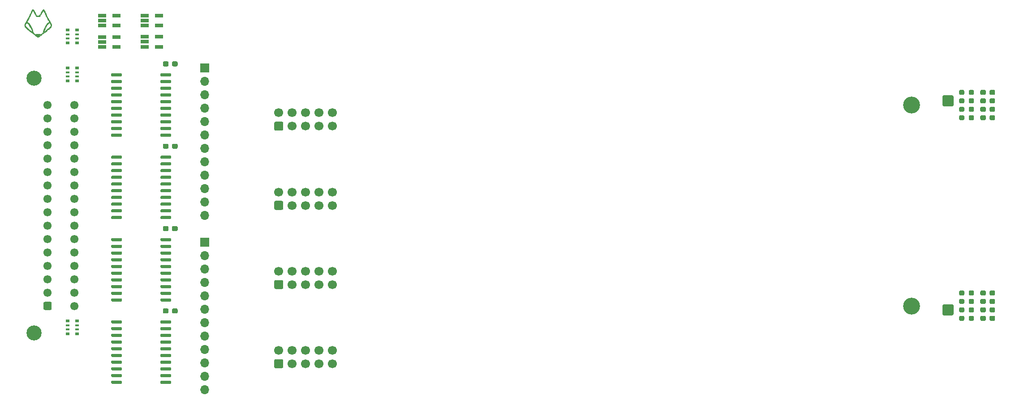
<source format=gbr>
%TF.GenerationSoftware,KiCad,Pcbnew,5.99.0+really5.1.10+dfsg1-1*%
%TF.CreationDate,2022-01-10T00:23:21+01:00*%
%TF.ProjectId,RiserCard,52697365-7243-4617-9264-2e6b69636164,rev?*%
%TF.SameCoordinates,Original*%
%TF.FileFunction,Soldermask,Top*%
%TF.FilePolarity,Negative*%
%FSLAX46Y46*%
G04 Gerber Fmt 4.6, Leading zero omitted, Abs format (unit mm)*
G04 Created by KiCad (PCBNEW 5.99.0+really5.1.10+dfsg1-1) date 2022-01-10 00:23:21*
%MOMM*%
%LPD*%
G01*
G04 APERTURE LIST*
%ADD10C,0.010000*%
%ADD11O,1.700000X1.700000*%
%ADD12R,1.700000X1.700000*%
%ADD13R,1.560000X0.650000*%
%ADD14R,0.800000X0.500000*%
%ADD15R,0.800000X0.400000*%
%ADD16C,1.700000*%
%ADD17C,3.200000*%
%ADD18C,2.850000*%
%ADD19C,1.550000*%
G04 APERTURE END LIST*
D10*
%TO.C,MARK2*%
G36*
X42634364Y-40926219D02*
G01*
X42656629Y-40954776D01*
X42683419Y-40994820D01*
X42709821Y-41038891D01*
X42716278Y-41050573D01*
X42730577Y-41076624D01*
X42754039Y-41118928D01*
X42785441Y-41175295D01*
X42823557Y-41243535D01*
X42867164Y-41321460D01*
X42915037Y-41406878D01*
X42965952Y-41497602D01*
X43018685Y-41591440D01*
X43022175Y-41597646D01*
X43282568Y-42060667D01*
X43717432Y-42060667D01*
X43977825Y-41597646D01*
X44030634Y-41503679D01*
X44081706Y-41412685D01*
X44129816Y-41326851D01*
X44173740Y-41248369D01*
X44212254Y-41179427D01*
X44244133Y-41122215D01*
X44268153Y-41078922D01*
X44283089Y-41051739D01*
X44283722Y-41050573D01*
X44309171Y-41006695D01*
X44336341Y-40964821D01*
X44360320Y-40932409D01*
X44365635Y-40926219D01*
X44402046Y-40885917D01*
X44588252Y-40885917D01*
X44619671Y-40928639D01*
X44630485Y-40946772D01*
X44649174Y-40982005D01*
X44674702Y-41032235D01*
X44706035Y-41095363D01*
X44742139Y-41169286D01*
X44781979Y-41251903D01*
X44824521Y-41341113D01*
X44865860Y-41428702D01*
X44939077Y-41584583D01*
X45004269Y-41723210D01*
X45062409Y-41846488D01*
X45114472Y-41956324D01*
X45161430Y-42054623D01*
X45204256Y-42143289D01*
X45243923Y-42224229D01*
X45281404Y-42299347D01*
X45317673Y-42370550D01*
X45353702Y-42439742D01*
X45390465Y-42508830D01*
X45428934Y-42579718D01*
X45470083Y-42654313D01*
X45514884Y-42734518D01*
X45564312Y-42822241D01*
X45619338Y-42919386D01*
X45680936Y-43027859D01*
X45696641Y-43055500D01*
X46066458Y-43706375D01*
X46069988Y-43824352D01*
X46071068Y-43879398D01*
X46069906Y-43919998D01*
X46065687Y-43952826D01*
X46057598Y-43984555D01*
X46046433Y-44017415D01*
X46000529Y-44126189D01*
X45943644Y-44225673D01*
X45872274Y-44321427D01*
X45813016Y-44387952D01*
X45796807Y-44402980D01*
X45765108Y-44430335D01*
X45718981Y-44469151D01*
X45659488Y-44518563D01*
X45587690Y-44577704D01*
X45504650Y-44645708D01*
X45411430Y-44721711D01*
X45309092Y-44804845D01*
X45198698Y-44894246D01*
X45081309Y-44989046D01*
X44957989Y-45088382D01*
X44829799Y-45191386D01*
X44697801Y-45297193D01*
X44693340Y-45300764D01*
X43637722Y-46145833D01*
X43497423Y-46145044D01*
X43357125Y-46144255D01*
X42316371Y-45310315D01*
X42185376Y-45205272D01*
X42058222Y-45103155D01*
X41935970Y-45004826D01*
X41819684Y-44911144D01*
X41710424Y-44822971D01*
X41609252Y-44741166D01*
X41517231Y-44666590D01*
X41435422Y-44600104D01*
X41364888Y-44542568D01*
X41306689Y-44494844D01*
X41261889Y-44457791D01*
X41231549Y-44432270D01*
X41217055Y-44419458D01*
X41173600Y-44373535D01*
X41126863Y-44318039D01*
X41081243Y-44258743D01*
X41041140Y-44201417D01*
X41010956Y-44151835D01*
X41006372Y-44143111D01*
X40989128Y-44105975D01*
X40969621Y-44059369D01*
X40953475Y-44017161D01*
X40941277Y-43980857D01*
X40933665Y-43949349D01*
X40929829Y-43915969D01*
X40928958Y-43874052D01*
X40929332Y-43856399D01*
X41081930Y-43856399D01*
X41093404Y-43901650D01*
X41115794Y-43956425D01*
X41147365Y-44017723D01*
X41186383Y-44082544D01*
X41231111Y-44147886D01*
X41279816Y-44210749D01*
X41330762Y-44268131D01*
X41352934Y-44290380D01*
X41367610Y-44303272D01*
X41396416Y-44327443D01*
X41437658Y-44361528D01*
X41489642Y-44404160D01*
X41550675Y-44453974D01*
X41619063Y-44509603D01*
X41693112Y-44569681D01*
X41771128Y-44632842D01*
X41851418Y-44697720D01*
X41932289Y-44762949D01*
X42012045Y-44827163D01*
X42088995Y-44888996D01*
X42161443Y-44947081D01*
X42227696Y-45000054D01*
X42286061Y-45046546D01*
X42334844Y-45085193D01*
X42372351Y-45114629D01*
X42396889Y-45133486D01*
X42406763Y-45140400D01*
X42406824Y-45140409D01*
X42404406Y-45131015D01*
X42396249Y-45105247D01*
X42383536Y-45066730D01*
X42367453Y-45019094D01*
X42362355Y-45004171D01*
X42294510Y-44821984D01*
X42213700Y-44632040D01*
X42122511Y-44439371D01*
X42023527Y-44249012D01*
X41919334Y-44065995D01*
X41812518Y-43895356D01*
X41734346Y-43781462D01*
X41692445Y-43726903D01*
X41642045Y-43667398D01*
X41586856Y-43606799D01*
X41530589Y-43548958D01*
X41476952Y-43497729D01*
X41429656Y-43456964D01*
X41402518Y-43436858D01*
X41370110Y-43415962D01*
X41344381Y-43400747D01*
X41330457Y-43394225D01*
X41329916Y-43394167D01*
X41322635Y-43402913D01*
X41306940Y-43427064D01*
X41284634Y-43463484D01*
X41257518Y-43509037D01*
X41227395Y-43560588D01*
X41196064Y-43615003D01*
X41165329Y-43669146D01*
X41136990Y-43719881D01*
X41112849Y-43764075D01*
X41094708Y-43798591D01*
X41084367Y-43820295D01*
X41083108Y-43823674D01*
X41081930Y-43856399D01*
X40929332Y-43856399D01*
X40930012Y-43824352D01*
X40933542Y-43706375D01*
X41204453Y-43229573D01*
X41418055Y-43229573D01*
X41425732Y-43239257D01*
X41448100Y-43254089D01*
X41480378Y-43270916D01*
X41481555Y-43271468D01*
X41510990Y-43287084D01*
X41541240Y-43307561D01*
X41575465Y-43335517D01*
X41616826Y-43373571D01*
X41668483Y-43424339D01*
X41679667Y-43435582D01*
X41776478Y-43540020D01*
X41869592Y-43654886D01*
X41960481Y-43782349D01*
X42050615Y-43924580D01*
X42141467Y-44083748D01*
X42217804Y-44228958D01*
X42303159Y-44401904D01*
X42376437Y-44561877D01*
X42438974Y-44712277D01*
X42492104Y-44856507D01*
X42537165Y-44997967D01*
X42575273Y-45139175D01*
X42589089Y-45194181D01*
X42601604Y-45242257D01*
X42611761Y-45279466D01*
X42618499Y-45301870D01*
X42620173Y-45306148D01*
X42630102Y-45316129D01*
X42654115Y-45337159D01*
X42689709Y-45367138D01*
X42734379Y-45403968D01*
X42785622Y-45445551D01*
X42806792Y-45462558D01*
X42870916Y-45513358D01*
X42920740Y-45551430D01*
X42957939Y-45577928D01*
X42984191Y-45594004D01*
X43001173Y-45600812D01*
X43007875Y-45600860D01*
X43028840Y-45595196D01*
X43062589Y-45586194D01*
X43097833Y-45576855D01*
X43120326Y-45571649D01*
X43145749Y-45567525D01*
X43176709Y-45564369D01*
X43215813Y-45562067D01*
X43265667Y-45560506D01*
X43328877Y-45559573D01*
X43408052Y-45559155D01*
X43505292Y-45559137D01*
X43600183Y-45559348D01*
X43676657Y-45559802D01*
X43737465Y-45560654D01*
X43785357Y-45562057D01*
X43823081Y-45564165D01*
X43853390Y-45567134D01*
X43879031Y-45571116D01*
X43902756Y-45576267D01*
X43927315Y-45582740D01*
X43927571Y-45582811D01*
X43969691Y-45593081D01*
X44002592Y-45598358D01*
X44021299Y-45597896D01*
X44022821Y-45597110D01*
X44060294Y-45567994D01*
X44104835Y-45532772D01*
X44153630Y-45493740D01*
X44203859Y-45453197D01*
X44252708Y-45413438D01*
X44297358Y-45376759D01*
X44334993Y-45345459D01*
X44362796Y-45321832D01*
X44377950Y-45308177D01*
X44379827Y-45306043D01*
X44384611Y-45291916D01*
X44393306Y-45261147D01*
X44404853Y-45217671D01*
X44418194Y-45165421D01*
X44424727Y-45139175D01*
X44426431Y-45132864D01*
X44601986Y-45132864D01*
X44603317Y-45132702D01*
X44613751Y-45124405D01*
X44639244Y-45104059D01*
X44678327Y-45072837D01*
X44729532Y-45031915D01*
X44791391Y-44982465D01*
X44862433Y-44925662D01*
X44941191Y-44862680D01*
X45026196Y-44794694D01*
X45115979Y-44722876D01*
X45119250Y-44720259D01*
X45232870Y-44629221D01*
X45331212Y-44550022D01*
X45415654Y-44481440D01*
X45487569Y-44422246D01*
X45548333Y-44371216D01*
X45599322Y-44327124D01*
X45641910Y-44288745D01*
X45677474Y-44254853D01*
X45707389Y-44224221D01*
X45733029Y-44195626D01*
X45755770Y-44167840D01*
X45776988Y-44139638D01*
X45787866Y-44124417D01*
X45826905Y-44064520D01*
X45860982Y-44003627D01*
X45888539Y-43945366D01*
X45908022Y-43893362D01*
X45917874Y-43851242D01*
X45916892Y-43823674D01*
X45909083Y-43806159D01*
X45892964Y-43774946D01*
X45870336Y-43733169D01*
X45843000Y-43683965D01*
X45812760Y-43630467D01*
X45781415Y-43575811D01*
X45750767Y-43523133D01*
X45722619Y-43475567D01*
X45698771Y-43436249D01*
X45681026Y-43408313D01*
X45671184Y-43394895D01*
X45670083Y-43394167D01*
X45657603Y-43399666D01*
X45632813Y-43414157D01*
X45600836Y-43434625D01*
X45597481Y-43436858D01*
X45556766Y-43468097D01*
X45507135Y-43512474D01*
X45452300Y-43566135D01*
X45395969Y-43625228D01*
X45341852Y-43685902D01*
X45293658Y-43744303D01*
X45265653Y-43781462D01*
X45158096Y-43940582D01*
X45051350Y-44115768D01*
X44947996Y-44301993D01*
X44850614Y-44494230D01*
X44761787Y-44687453D01*
X44684094Y-44876634D01*
X44637202Y-45005464D01*
X44621175Y-45054151D01*
X44609388Y-45093774D01*
X44602704Y-45121092D01*
X44601986Y-45132864D01*
X44426431Y-45132864D01*
X44463090Y-44997098D01*
X44508196Y-44855632D01*
X44561381Y-44711374D01*
X44623979Y-44560925D01*
X44697327Y-44400883D01*
X44782196Y-44228958D01*
X44874742Y-44054226D01*
X44965359Y-43898216D01*
X45055520Y-43758759D01*
X45146696Y-43633685D01*
X45240357Y-43520824D01*
X45320333Y-43435582D01*
X45374292Y-43382115D01*
X45417357Y-43341858D01*
X45452690Y-43312194D01*
X45483449Y-43290503D01*
X45512795Y-43274169D01*
X45518444Y-43271468D01*
X45550968Y-43254629D01*
X45573738Y-43239680D01*
X45581975Y-43229777D01*
X45581944Y-43229573D01*
X45576363Y-43218166D01*
X45561452Y-43190436D01*
X45538361Y-43148453D01*
X45508243Y-43094285D01*
X45472246Y-43029999D01*
X45431523Y-42957663D01*
X45387223Y-42879346D01*
X45378774Y-42864448D01*
X45326831Y-42772187D01*
X45278780Y-42685150D01*
X45233036Y-42600230D01*
X45188010Y-42514317D01*
X45142115Y-42424304D01*
X45093766Y-42327083D01*
X45041375Y-42219545D01*
X44983355Y-42098583D01*
X44925168Y-41976000D01*
X44876291Y-41872556D01*
X44828680Y-41771619D01*
X44783379Y-41675412D01*
X44741429Y-41586154D01*
X44703872Y-41506067D01*
X44671750Y-41437372D01*
X44646107Y-41382290D01*
X44627983Y-41343041D01*
X44622233Y-41330417D01*
X44597031Y-41275500D01*
X44569922Y-41217866D01*
X44544907Y-41165963D01*
X44532322Y-41140601D01*
X44492592Y-41061910D01*
X44473032Y-41087684D01*
X44461697Y-41105586D01*
X44442877Y-41138584D01*
X44418655Y-41182892D01*
X44391110Y-41234724D01*
X44371609Y-41272208D01*
X44343760Y-41325649D01*
X44318604Y-41372868D01*
X44297994Y-41410471D01*
X44283779Y-41435066D01*
X44278519Y-41442841D01*
X44271083Y-41454369D01*
X44254477Y-41482393D01*
X44229840Y-41524922D01*
X44198309Y-41579966D01*
X44161023Y-41645533D01*
X44119119Y-41719633D01*
X44073737Y-41800275D01*
X44050333Y-41842004D01*
X43833375Y-42229285D01*
X43773037Y-42229642D01*
X43726263Y-42226844D01*
X43675167Y-42219326D01*
X43651751Y-42214125D01*
X43591194Y-42203598D01*
X43519323Y-42199058D01*
X43445128Y-42200503D01*
X43377598Y-42207934D01*
X43348249Y-42214125D01*
X43301234Y-42223326D01*
X43250212Y-42228873D01*
X43226963Y-42229642D01*
X43166625Y-42229285D01*
X42949667Y-41842004D01*
X42902983Y-41758861D01*
X42859214Y-41681273D01*
X42819500Y-41611233D01*
X42784978Y-41550731D01*
X42756786Y-41501757D01*
X42736062Y-41466304D01*
X42723944Y-41446361D01*
X42721481Y-41442841D01*
X42713073Y-41429824D01*
X42696925Y-41401333D01*
X42674886Y-41360762D01*
X42648810Y-41311503D01*
X42628390Y-41272208D01*
X42599777Y-41217429D01*
X42573075Y-41167608D01*
X42550367Y-41126531D01*
X42533732Y-41097985D01*
X42526968Y-41087684D01*
X42507408Y-41061910D01*
X42467678Y-41140601D01*
X42445928Y-41184806D01*
X42419628Y-41239926D01*
X42392782Y-41297511D01*
X42377767Y-41330417D01*
X42363647Y-41361225D01*
X42341504Y-41408939D01*
X42312380Y-41471339D01*
X42277318Y-41546203D01*
X42237359Y-41631310D01*
X42193545Y-41724439D01*
X42146919Y-41823369D01*
X42098524Y-41925880D01*
X42074831Y-41976000D01*
X42010407Y-42111661D01*
X41953035Y-42231108D01*
X41901130Y-42337447D01*
X41853105Y-42433789D01*
X41807372Y-42523240D01*
X41762345Y-42608908D01*
X41716437Y-42693903D01*
X41668062Y-42781331D01*
X41621226Y-42864448D01*
X41576394Y-42943641D01*
X41534926Y-43017232D01*
X41497973Y-43083154D01*
X41466687Y-43139340D01*
X41442217Y-43183720D01*
X41425714Y-43214227D01*
X41418330Y-43228794D01*
X41418055Y-43229573D01*
X41204453Y-43229573D01*
X41303359Y-43055500D01*
X41366661Y-42944056D01*
X41423160Y-42844393D01*
X41473830Y-42754604D01*
X41519642Y-42672786D01*
X41561570Y-42597031D01*
X41600588Y-42525435D01*
X41637668Y-42456092D01*
X41673783Y-42387097D01*
X41709907Y-42316544D01*
X41747012Y-42242528D01*
X41786072Y-42163144D01*
X41828059Y-42076486D01*
X41873947Y-41980648D01*
X41924709Y-41873725D01*
X41981318Y-41753812D01*
X42044747Y-41619004D01*
X42115969Y-41467394D01*
X42134139Y-41428702D01*
X42178272Y-41335225D01*
X42220672Y-41246375D01*
X42260303Y-41164253D01*
X42296132Y-41090960D01*
X42327123Y-41028598D01*
X42352243Y-40979268D01*
X42370457Y-40945071D01*
X42380329Y-40928639D01*
X42411748Y-40885917D01*
X42597953Y-40885917D01*
X42634364Y-40926219D01*
G37*
X42634364Y-40926219D02*
X42656629Y-40954776D01*
X42683419Y-40994820D01*
X42709821Y-41038891D01*
X42716278Y-41050573D01*
X42730577Y-41076624D01*
X42754039Y-41118928D01*
X42785441Y-41175295D01*
X42823557Y-41243535D01*
X42867164Y-41321460D01*
X42915037Y-41406878D01*
X42965952Y-41497602D01*
X43018685Y-41591440D01*
X43022175Y-41597646D01*
X43282568Y-42060667D01*
X43717432Y-42060667D01*
X43977825Y-41597646D01*
X44030634Y-41503679D01*
X44081706Y-41412685D01*
X44129816Y-41326851D01*
X44173740Y-41248369D01*
X44212254Y-41179427D01*
X44244133Y-41122215D01*
X44268153Y-41078922D01*
X44283089Y-41051739D01*
X44283722Y-41050573D01*
X44309171Y-41006695D01*
X44336341Y-40964821D01*
X44360320Y-40932409D01*
X44365635Y-40926219D01*
X44402046Y-40885917D01*
X44588252Y-40885917D01*
X44619671Y-40928639D01*
X44630485Y-40946772D01*
X44649174Y-40982005D01*
X44674702Y-41032235D01*
X44706035Y-41095363D01*
X44742139Y-41169286D01*
X44781979Y-41251903D01*
X44824521Y-41341113D01*
X44865860Y-41428702D01*
X44939077Y-41584583D01*
X45004269Y-41723210D01*
X45062409Y-41846488D01*
X45114472Y-41956324D01*
X45161430Y-42054623D01*
X45204256Y-42143289D01*
X45243923Y-42224229D01*
X45281404Y-42299347D01*
X45317673Y-42370550D01*
X45353702Y-42439742D01*
X45390465Y-42508830D01*
X45428934Y-42579718D01*
X45470083Y-42654313D01*
X45514884Y-42734518D01*
X45564312Y-42822241D01*
X45619338Y-42919386D01*
X45680936Y-43027859D01*
X45696641Y-43055500D01*
X46066458Y-43706375D01*
X46069988Y-43824352D01*
X46071068Y-43879398D01*
X46069906Y-43919998D01*
X46065687Y-43952826D01*
X46057598Y-43984555D01*
X46046433Y-44017415D01*
X46000529Y-44126189D01*
X45943644Y-44225673D01*
X45872274Y-44321427D01*
X45813016Y-44387952D01*
X45796807Y-44402980D01*
X45765108Y-44430335D01*
X45718981Y-44469151D01*
X45659488Y-44518563D01*
X45587690Y-44577704D01*
X45504650Y-44645708D01*
X45411430Y-44721711D01*
X45309092Y-44804845D01*
X45198698Y-44894246D01*
X45081309Y-44989046D01*
X44957989Y-45088382D01*
X44829799Y-45191386D01*
X44697801Y-45297193D01*
X44693340Y-45300764D01*
X43637722Y-46145833D01*
X43497423Y-46145044D01*
X43357125Y-46144255D01*
X42316371Y-45310315D01*
X42185376Y-45205272D01*
X42058222Y-45103155D01*
X41935970Y-45004826D01*
X41819684Y-44911144D01*
X41710424Y-44822971D01*
X41609252Y-44741166D01*
X41517231Y-44666590D01*
X41435422Y-44600104D01*
X41364888Y-44542568D01*
X41306689Y-44494844D01*
X41261889Y-44457791D01*
X41231549Y-44432270D01*
X41217055Y-44419458D01*
X41173600Y-44373535D01*
X41126863Y-44318039D01*
X41081243Y-44258743D01*
X41041140Y-44201417D01*
X41010956Y-44151835D01*
X41006372Y-44143111D01*
X40989128Y-44105975D01*
X40969621Y-44059369D01*
X40953475Y-44017161D01*
X40941277Y-43980857D01*
X40933665Y-43949349D01*
X40929829Y-43915969D01*
X40928958Y-43874052D01*
X40929332Y-43856399D01*
X41081930Y-43856399D01*
X41093404Y-43901650D01*
X41115794Y-43956425D01*
X41147365Y-44017723D01*
X41186383Y-44082544D01*
X41231111Y-44147886D01*
X41279816Y-44210749D01*
X41330762Y-44268131D01*
X41352934Y-44290380D01*
X41367610Y-44303272D01*
X41396416Y-44327443D01*
X41437658Y-44361528D01*
X41489642Y-44404160D01*
X41550675Y-44453974D01*
X41619063Y-44509603D01*
X41693112Y-44569681D01*
X41771128Y-44632842D01*
X41851418Y-44697720D01*
X41932289Y-44762949D01*
X42012045Y-44827163D01*
X42088995Y-44888996D01*
X42161443Y-44947081D01*
X42227696Y-45000054D01*
X42286061Y-45046546D01*
X42334844Y-45085193D01*
X42372351Y-45114629D01*
X42396889Y-45133486D01*
X42406763Y-45140400D01*
X42406824Y-45140409D01*
X42404406Y-45131015D01*
X42396249Y-45105247D01*
X42383536Y-45066730D01*
X42367453Y-45019094D01*
X42362355Y-45004171D01*
X42294510Y-44821984D01*
X42213700Y-44632040D01*
X42122511Y-44439371D01*
X42023527Y-44249012D01*
X41919334Y-44065995D01*
X41812518Y-43895356D01*
X41734346Y-43781462D01*
X41692445Y-43726903D01*
X41642045Y-43667398D01*
X41586856Y-43606799D01*
X41530589Y-43548958D01*
X41476952Y-43497729D01*
X41429656Y-43456964D01*
X41402518Y-43436858D01*
X41370110Y-43415962D01*
X41344381Y-43400747D01*
X41330457Y-43394225D01*
X41329916Y-43394167D01*
X41322635Y-43402913D01*
X41306940Y-43427064D01*
X41284634Y-43463484D01*
X41257518Y-43509037D01*
X41227395Y-43560588D01*
X41196064Y-43615003D01*
X41165329Y-43669146D01*
X41136990Y-43719881D01*
X41112849Y-43764075D01*
X41094708Y-43798591D01*
X41084367Y-43820295D01*
X41083108Y-43823674D01*
X41081930Y-43856399D01*
X40929332Y-43856399D01*
X40930012Y-43824352D01*
X40933542Y-43706375D01*
X41204453Y-43229573D01*
X41418055Y-43229573D01*
X41425732Y-43239257D01*
X41448100Y-43254089D01*
X41480378Y-43270916D01*
X41481555Y-43271468D01*
X41510990Y-43287084D01*
X41541240Y-43307561D01*
X41575465Y-43335517D01*
X41616826Y-43373571D01*
X41668483Y-43424339D01*
X41679667Y-43435582D01*
X41776478Y-43540020D01*
X41869592Y-43654886D01*
X41960481Y-43782349D01*
X42050615Y-43924580D01*
X42141467Y-44083748D01*
X42217804Y-44228958D01*
X42303159Y-44401904D01*
X42376437Y-44561877D01*
X42438974Y-44712277D01*
X42492104Y-44856507D01*
X42537165Y-44997967D01*
X42575273Y-45139175D01*
X42589089Y-45194181D01*
X42601604Y-45242257D01*
X42611761Y-45279466D01*
X42618499Y-45301870D01*
X42620173Y-45306148D01*
X42630102Y-45316129D01*
X42654115Y-45337159D01*
X42689709Y-45367138D01*
X42734379Y-45403968D01*
X42785622Y-45445551D01*
X42806792Y-45462558D01*
X42870916Y-45513358D01*
X42920740Y-45551430D01*
X42957939Y-45577928D01*
X42984191Y-45594004D01*
X43001173Y-45600812D01*
X43007875Y-45600860D01*
X43028840Y-45595196D01*
X43062589Y-45586194D01*
X43097833Y-45576855D01*
X43120326Y-45571649D01*
X43145749Y-45567525D01*
X43176709Y-45564369D01*
X43215813Y-45562067D01*
X43265667Y-45560506D01*
X43328877Y-45559573D01*
X43408052Y-45559155D01*
X43505292Y-45559137D01*
X43600183Y-45559348D01*
X43676657Y-45559802D01*
X43737465Y-45560654D01*
X43785357Y-45562057D01*
X43823081Y-45564165D01*
X43853390Y-45567134D01*
X43879031Y-45571116D01*
X43902756Y-45576267D01*
X43927315Y-45582740D01*
X43927571Y-45582811D01*
X43969691Y-45593081D01*
X44002592Y-45598358D01*
X44021299Y-45597896D01*
X44022821Y-45597110D01*
X44060294Y-45567994D01*
X44104835Y-45532772D01*
X44153630Y-45493740D01*
X44203859Y-45453197D01*
X44252708Y-45413438D01*
X44297358Y-45376759D01*
X44334993Y-45345459D01*
X44362796Y-45321832D01*
X44377950Y-45308177D01*
X44379827Y-45306043D01*
X44384611Y-45291916D01*
X44393306Y-45261147D01*
X44404853Y-45217671D01*
X44418194Y-45165421D01*
X44424727Y-45139175D01*
X44426431Y-45132864D01*
X44601986Y-45132864D01*
X44603317Y-45132702D01*
X44613751Y-45124405D01*
X44639244Y-45104059D01*
X44678327Y-45072837D01*
X44729532Y-45031915D01*
X44791391Y-44982465D01*
X44862433Y-44925662D01*
X44941191Y-44862680D01*
X45026196Y-44794694D01*
X45115979Y-44722876D01*
X45119250Y-44720259D01*
X45232870Y-44629221D01*
X45331212Y-44550022D01*
X45415654Y-44481440D01*
X45487569Y-44422246D01*
X45548333Y-44371216D01*
X45599322Y-44327124D01*
X45641910Y-44288745D01*
X45677474Y-44254853D01*
X45707389Y-44224221D01*
X45733029Y-44195626D01*
X45755770Y-44167840D01*
X45776988Y-44139638D01*
X45787866Y-44124417D01*
X45826905Y-44064520D01*
X45860982Y-44003627D01*
X45888539Y-43945366D01*
X45908022Y-43893362D01*
X45917874Y-43851242D01*
X45916892Y-43823674D01*
X45909083Y-43806159D01*
X45892964Y-43774946D01*
X45870336Y-43733169D01*
X45843000Y-43683965D01*
X45812760Y-43630467D01*
X45781415Y-43575811D01*
X45750767Y-43523133D01*
X45722619Y-43475567D01*
X45698771Y-43436249D01*
X45681026Y-43408313D01*
X45671184Y-43394895D01*
X45670083Y-43394167D01*
X45657603Y-43399666D01*
X45632813Y-43414157D01*
X45600836Y-43434625D01*
X45597481Y-43436858D01*
X45556766Y-43468097D01*
X45507135Y-43512474D01*
X45452300Y-43566135D01*
X45395969Y-43625228D01*
X45341852Y-43685902D01*
X45293658Y-43744303D01*
X45265653Y-43781462D01*
X45158096Y-43940582D01*
X45051350Y-44115768D01*
X44947996Y-44301993D01*
X44850614Y-44494230D01*
X44761787Y-44687453D01*
X44684094Y-44876634D01*
X44637202Y-45005464D01*
X44621175Y-45054151D01*
X44609388Y-45093774D01*
X44602704Y-45121092D01*
X44601986Y-45132864D01*
X44426431Y-45132864D01*
X44463090Y-44997098D01*
X44508196Y-44855632D01*
X44561381Y-44711374D01*
X44623979Y-44560925D01*
X44697327Y-44400883D01*
X44782196Y-44228958D01*
X44874742Y-44054226D01*
X44965359Y-43898216D01*
X45055520Y-43758759D01*
X45146696Y-43633685D01*
X45240357Y-43520824D01*
X45320333Y-43435582D01*
X45374292Y-43382115D01*
X45417357Y-43341858D01*
X45452690Y-43312194D01*
X45483449Y-43290503D01*
X45512795Y-43274169D01*
X45518444Y-43271468D01*
X45550968Y-43254629D01*
X45573738Y-43239680D01*
X45581975Y-43229777D01*
X45581944Y-43229573D01*
X45576363Y-43218166D01*
X45561452Y-43190436D01*
X45538361Y-43148453D01*
X45508243Y-43094285D01*
X45472246Y-43029999D01*
X45431523Y-42957663D01*
X45387223Y-42879346D01*
X45378774Y-42864448D01*
X45326831Y-42772187D01*
X45278780Y-42685150D01*
X45233036Y-42600230D01*
X45188010Y-42514317D01*
X45142115Y-42424304D01*
X45093766Y-42327083D01*
X45041375Y-42219545D01*
X44983355Y-42098583D01*
X44925168Y-41976000D01*
X44876291Y-41872556D01*
X44828680Y-41771619D01*
X44783379Y-41675412D01*
X44741429Y-41586154D01*
X44703872Y-41506067D01*
X44671750Y-41437372D01*
X44646107Y-41382290D01*
X44627983Y-41343041D01*
X44622233Y-41330417D01*
X44597031Y-41275500D01*
X44569922Y-41217866D01*
X44544907Y-41165963D01*
X44532322Y-41140601D01*
X44492592Y-41061910D01*
X44473032Y-41087684D01*
X44461697Y-41105586D01*
X44442877Y-41138584D01*
X44418655Y-41182892D01*
X44391110Y-41234724D01*
X44371609Y-41272208D01*
X44343760Y-41325649D01*
X44318604Y-41372868D01*
X44297994Y-41410471D01*
X44283779Y-41435066D01*
X44278519Y-41442841D01*
X44271083Y-41454369D01*
X44254477Y-41482393D01*
X44229840Y-41524922D01*
X44198309Y-41579966D01*
X44161023Y-41645533D01*
X44119119Y-41719633D01*
X44073737Y-41800275D01*
X44050333Y-41842004D01*
X43833375Y-42229285D01*
X43773037Y-42229642D01*
X43726263Y-42226844D01*
X43675167Y-42219326D01*
X43651751Y-42214125D01*
X43591194Y-42203598D01*
X43519323Y-42199058D01*
X43445128Y-42200503D01*
X43377598Y-42207934D01*
X43348249Y-42214125D01*
X43301234Y-42223326D01*
X43250212Y-42228873D01*
X43226963Y-42229642D01*
X43166625Y-42229285D01*
X42949667Y-41842004D01*
X42902983Y-41758861D01*
X42859214Y-41681273D01*
X42819500Y-41611233D01*
X42784978Y-41550731D01*
X42756786Y-41501757D01*
X42736062Y-41466304D01*
X42723944Y-41446361D01*
X42721481Y-41442841D01*
X42713073Y-41429824D01*
X42696925Y-41401333D01*
X42674886Y-41360762D01*
X42648810Y-41311503D01*
X42628390Y-41272208D01*
X42599777Y-41217429D01*
X42573075Y-41167608D01*
X42550367Y-41126531D01*
X42533732Y-41097985D01*
X42526968Y-41087684D01*
X42507408Y-41061910D01*
X42467678Y-41140601D01*
X42445928Y-41184806D01*
X42419628Y-41239926D01*
X42392782Y-41297511D01*
X42377767Y-41330417D01*
X42363647Y-41361225D01*
X42341504Y-41408939D01*
X42312380Y-41471339D01*
X42277318Y-41546203D01*
X42237359Y-41631310D01*
X42193545Y-41724439D01*
X42146919Y-41823369D01*
X42098524Y-41925880D01*
X42074831Y-41976000D01*
X42010407Y-42111661D01*
X41953035Y-42231108D01*
X41901130Y-42337447D01*
X41853105Y-42433789D01*
X41807372Y-42523240D01*
X41762345Y-42608908D01*
X41716437Y-42693903D01*
X41668062Y-42781331D01*
X41621226Y-42864448D01*
X41576394Y-42943641D01*
X41534926Y-43017232D01*
X41497973Y-43083154D01*
X41466687Y-43139340D01*
X41442217Y-43183720D01*
X41425714Y-43214227D01*
X41418330Y-43228794D01*
X41418055Y-43229573D01*
X41204453Y-43229573D01*
X41303359Y-43055500D01*
X41366661Y-42944056D01*
X41423160Y-42844393D01*
X41473830Y-42754604D01*
X41519642Y-42672786D01*
X41561570Y-42597031D01*
X41600588Y-42525435D01*
X41637668Y-42456092D01*
X41673783Y-42387097D01*
X41709907Y-42316544D01*
X41747012Y-42242528D01*
X41786072Y-42163144D01*
X41828059Y-42076486D01*
X41873947Y-41980648D01*
X41924709Y-41873725D01*
X41981318Y-41753812D01*
X42044747Y-41619004D01*
X42115969Y-41467394D01*
X42134139Y-41428702D01*
X42178272Y-41335225D01*
X42220672Y-41246375D01*
X42260303Y-41164253D01*
X42296132Y-41090960D01*
X42327123Y-41028598D01*
X42352243Y-40979268D01*
X42370457Y-40945071D01*
X42380329Y-40928639D01*
X42411748Y-40885917D01*
X42597953Y-40885917D01*
X42634364Y-40926219D01*
%TD*%
D11*
%TO.C,J8*%
X75000000Y-112960000D03*
X75000000Y-110420000D03*
X75000000Y-107880000D03*
X75000000Y-105340000D03*
X75000000Y-102800000D03*
X75000000Y-100260000D03*
X75000000Y-97720000D03*
X75000000Y-95180000D03*
X75000000Y-92640000D03*
X75000000Y-90100000D03*
X75000000Y-87560000D03*
D12*
X75000000Y-85020000D03*
%TD*%
D11*
%TO.C,J7*%
X75000000Y-79940000D03*
X75000000Y-77400000D03*
X75000000Y-74860000D03*
X75000000Y-72320000D03*
X75000000Y-69780000D03*
X75000000Y-67240000D03*
X75000000Y-64700000D03*
X75000000Y-62160000D03*
X75000000Y-59620000D03*
X75000000Y-57080000D03*
X75000000Y-54540000D03*
D12*
X75000000Y-52000000D03*
%TD*%
%TO.C,R8*%
G36*
G01*
X219425000Y-94837500D02*
X219425000Y-94362500D01*
G75*
G02*
X219662500Y-94125000I237500J0D01*
G01*
X220162500Y-94125000D01*
G75*
G02*
X220400000Y-94362500I0J-237500D01*
G01*
X220400000Y-94837500D01*
G75*
G02*
X220162500Y-95075000I-237500J0D01*
G01*
X219662500Y-95075000D01*
G75*
G02*
X219425000Y-94837500I0J237500D01*
G01*
G37*
G36*
G01*
X217600000Y-94837500D02*
X217600000Y-94362500D01*
G75*
G02*
X217837500Y-94125000I237500J0D01*
G01*
X218337500Y-94125000D01*
G75*
G02*
X218575000Y-94362500I0J-237500D01*
G01*
X218575000Y-94837500D01*
G75*
G02*
X218337500Y-95075000I-237500J0D01*
G01*
X217837500Y-95075000D01*
G75*
G02*
X217600000Y-94837500I0J237500D01*
G01*
G37*
%TD*%
%TO.C,R7*%
G36*
G01*
X219425000Y-96437500D02*
X219425000Y-95962500D01*
G75*
G02*
X219662500Y-95725000I237500J0D01*
G01*
X220162500Y-95725000D01*
G75*
G02*
X220400000Y-95962500I0J-237500D01*
G01*
X220400000Y-96437500D01*
G75*
G02*
X220162500Y-96675000I-237500J0D01*
G01*
X219662500Y-96675000D01*
G75*
G02*
X219425000Y-96437500I0J237500D01*
G01*
G37*
G36*
G01*
X217600000Y-96437500D02*
X217600000Y-95962500D01*
G75*
G02*
X217837500Y-95725000I237500J0D01*
G01*
X218337500Y-95725000D01*
G75*
G02*
X218575000Y-95962500I0J-237500D01*
G01*
X218575000Y-96437500D01*
G75*
G02*
X218337500Y-96675000I-237500J0D01*
G01*
X217837500Y-96675000D01*
G75*
G02*
X217600000Y-96437500I0J237500D01*
G01*
G37*
%TD*%
%TO.C,R6*%
G36*
G01*
X219425000Y-61637500D02*
X219425000Y-61162500D01*
G75*
G02*
X219662500Y-60925000I237500J0D01*
G01*
X220162500Y-60925000D01*
G75*
G02*
X220400000Y-61162500I0J-237500D01*
G01*
X220400000Y-61637500D01*
G75*
G02*
X220162500Y-61875000I-237500J0D01*
G01*
X219662500Y-61875000D01*
G75*
G02*
X219425000Y-61637500I0J237500D01*
G01*
G37*
G36*
G01*
X217600000Y-61637500D02*
X217600000Y-61162500D01*
G75*
G02*
X217837500Y-60925000I237500J0D01*
G01*
X218337500Y-60925000D01*
G75*
G02*
X218575000Y-61162500I0J-237500D01*
G01*
X218575000Y-61637500D01*
G75*
G02*
X218337500Y-61875000I-237500J0D01*
G01*
X217837500Y-61875000D01*
G75*
G02*
X217600000Y-61637500I0J237500D01*
G01*
G37*
%TD*%
%TO.C,R5*%
G36*
G01*
X219425000Y-60037500D02*
X219425000Y-59562500D01*
G75*
G02*
X219662500Y-59325000I237500J0D01*
G01*
X220162500Y-59325000D01*
G75*
G02*
X220400000Y-59562500I0J-237500D01*
G01*
X220400000Y-60037500D01*
G75*
G02*
X220162500Y-60275000I-237500J0D01*
G01*
X219662500Y-60275000D01*
G75*
G02*
X219425000Y-60037500I0J237500D01*
G01*
G37*
G36*
G01*
X217600000Y-60037500D02*
X217600000Y-59562500D01*
G75*
G02*
X217837500Y-59325000I237500J0D01*
G01*
X218337500Y-59325000D01*
G75*
G02*
X218575000Y-59562500I0J-237500D01*
G01*
X218575000Y-60037500D01*
G75*
G02*
X218337500Y-60275000I-237500J0D01*
G01*
X217837500Y-60275000D01*
G75*
G02*
X217600000Y-60037500I0J237500D01*
G01*
G37*
%TD*%
%TO.C,R4*%
G36*
G01*
X218575000Y-97562500D02*
X218575000Y-98037500D01*
G75*
G02*
X218337500Y-98275000I-237500J0D01*
G01*
X217837500Y-98275000D01*
G75*
G02*
X217600000Y-98037500I0J237500D01*
G01*
X217600000Y-97562500D01*
G75*
G02*
X217837500Y-97325000I237500J0D01*
G01*
X218337500Y-97325000D01*
G75*
G02*
X218575000Y-97562500I0J-237500D01*
G01*
G37*
G36*
G01*
X220400000Y-97562500D02*
X220400000Y-98037500D01*
G75*
G02*
X220162500Y-98275000I-237500J0D01*
G01*
X219662500Y-98275000D01*
G75*
G02*
X219425000Y-98037500I0J237500D01*
G01*
X219425000Y-97562500D01*
G75*
G02*
X219662500Y-97325000I237500J0D01*
G01*
X220162500Y-97325000D01*
G75*
G02*
X220400000Y-97562500I0J-237500D01*
G01*
G37*
%TD*%
%TO.C,R3*%
G36*
G01*
X218575000Y-57962500D02*
X218575000Y-58437500D01*
G75*
G02*
X218337500Y-58675000I-237500J0D01*
G01*
X217837500Y-58675000D01*
G75*
G02*
X217600000Y-58437500I0J237500D01*
G01*
X217600000Y-57962500D01*
G75*
G02*
X217837500Y-57725000I237500J0D01*
G01*
X218337500Y-57725000D01*
G75*
G02*
X218575000Y-57962500I0J-237500D01*
G01*
G37*
G36*
G01*
X220400000Y-57962500D02*
X220400000Y-58437500D01*
G75*
G02*
X220162500Y-58675000I-237500J0D01*
G01*
X219662500Y-58675000D01*
G75*
G02*
X219425000Y-58437500I0J237500D01*
G01*
X219425000Y-57962500D01*
G75*
G02*
X219662500Y-57725000I237500J0D01*
G01*
X220162500Y-57725000D01*
G75*
G02*
X220400000Y-57962500I0J-237500D01*
G01*
G37*
%TD*%
%TO.C,R2*%
G36*
G01*
X218575000Y-99162500D02*
X218575000Y-99637500D01*
G75*
G02*
X218337500Y-99875000I-237500J0D01*
G01*
X217837500Y-99875000D01*
G75*
G02*
X217600000Y-99637500I0J237500D01*
G01*
X217600000Y-99162500D01*
G75*
G02*
X217837500Y-98925000I237500J0D01*
G01*
X218337500Y-98925000D01*
G75*
G02*
X218575000Y-99162500I0J-237500D01*
G01*
G37*
G36*
G01*
X220400000Y-99162500D02*
X220400000Y-99637500D01*
G75*
G02*
X220162500Y-99875000I-237500J0D01*
G01*
X219662500Y-99875000D01*
G75*
G02*
X219425000Y-99637500I0J237500D01*
G01*
X219425000Y-99162500D01*
G75*
G02*
X219662500Y-98925000I237500J0D01*
G01*
X220162500Y-98925000D01*
G75*
G02*
X220400000Y-99162500I0J-237500D01*
G01*
G37*
%TD*%
%TO.C,R1*%
G36*
G01*
X218575000Y-56362500D02*
X218575000Y-56837500D01*
G75*
G02*
X218337500Y-57075000I-237500J0D01*
G01*
X217837500Y-57075000D01*
G75*
G02*
X217600000Y-56837500I0J237500D01*
G01*
X217600000Y-56362500D01*
G75*
G02*
X217837500Y-56125000I237500J0D01*
G01*
X218337500Y-56125000D01*
G75*
G02*
X218575000Y-56362500I0J-237500D01*
G01*
G37*
G36*
G01*
X220400000Y-56362500D02*
X220400000Y-56837500D01*
G75*
G02*
X220162500Y-57075000I-237500J0D01*
G01*
X219662500Y-57075000D01*
G75*
G02*
X219425000Y-56837500I0J237500D01*
G01*
X219425000Y-56362500D01*
G75*
G02*
X219662500Y-56125000I237500J0D01*
G01*
X220162500Y-56125000D01*
G75*
G02*
X220400000Y-56362500I0J-237500D01*
G01*
G37*
%TD*%
%TO.C,J6*%
G36*
G01*
X214450000Y-98600001D02*
X214450000Y-96999999D01*
G75*
G02*
X214699999Y-96750000I249999J0D01*
G01*
X216300001Y-96750000D01*
G75*
G02*
X216550000Y-96999999I0J-249999D01*
G01*
X216550000Y-98600001D01*
G75*
G02*
X216300001Y-98850000I-249999J0D01*
G01*
X214699999Y-98850000D01*
G75*
G02*
X214450000Y-98600001I0J249999D01*
G01*
G37*
%TD*%
%TO.C,J5*%
G36*
G01*
X214450000Y-59000001D02*
X214450000Y-57399999D01*
G75*
G02*
X214699999Y-57150000I249999J0D01*
G01*
X216300001Y-57150000D01*
G75*
G02*
X216550000Y-57399999I0J-249999D01*
G01*
X216550000Y-59000001D01*
G75*
G02*
X216300001Y-59250000I-249999J0D01*
G01*
X214699999Y-59250000D01*
G75*
G02*
X214450000Y-59000001I0J249999D01*
G01*
G37*
%TD*%
%TO.C,D8*%
G36*
G01*
X223350000Y-94837500D02*
X223350000Y-94362500D01*
G75*
G02*
X223587500Y-94125000I237500J0D01*
G01*
X224162500Y-94125000D01*
G75*
G02*
X224400000Y-94362500I0J-237500D01*
G01*
X224400000Y-94837500D01*
G75*
G02*
X224162500Y-95075000I-237500J0D01*
G01*
X223587500Y-95075000D01*
G75*
G02*
X223350000Y-94837500I0J237500D01*
G01*
G37*
G36*
G01*
X221600000Y-94837500D02*
X221600000Y-94362500D01*
G75*
G02*
X221837500Y-94125000I237500J0D01*
G01*
X222412500Y-94125000D01*
G75*
G02*
X222650000Y-94362500I0J-237500D01*
G01*
X222650000Y-94837500D01*
G75*
G02*
X222412500Y-95075000I-237500J0D01*
G01*
X221837500Y-95075000D01*
G75*
G02*
X221600000Y-94837500I0J237500D01*
G01*
G37*
%TD*%
%TO.C,D7*%
G36*
G01*
X223350000Y-96437500D02*
X223350000Y-95962500D01*
G75*
G02*
X223587500Y-95725000I237500J0D01*
G01*
X224162500Y-95725000D01*
G75*
G02*
X224400000Y-95962500I0J-237500D01*
G01*
X224400000Y-96437500D01*
G75*
G02*
X224162500Y-96675000I-237500J0D01*
G01*
X223587500Y-96675000D01*
G75*
G02*
X223350000Y-96437500I0J237500D01*
G01*
G37*
G36*
G01*
X221600000Y-96437500D02*
X221600000Y-95962500D01*
G75*
G02*
X221837500Y-95725000I237500J0D01*
G01*
X222412500Y-95725000D01*
G75*
G02*
X222650000Y-95962500I0J-237500D01*
G01*
X222650000Y-96437500D01*
G75*
G02*
X222412500Y-96675000I-237500J0D01*
G01*
X221837500Y-96675000D01*
G75*
G02*
X221600000Y-96437500I0J237500D01*
G01*
G37*
%TD*%
%TO.C,D6*%
G36*
G01*
X223350000Y-61637500D02*
X223350000Y-61162500D01*
G75*
G02*
X223587500Y-60925000I237500J0D01*
G01*
X224162500Y-60925000D01*
G75*
G02*
X224400000Y-61162500I0J-237500D01*
G01*
X224400000Y-61637500D01*
G75*
G02*
X224162500Y-61875000I-237500J0D01*
G01*
X223587500Y-61875000D01*
G75*
G02*
X223350000Y-61637500I0J237500D01*
G01*
G37*
G36*
G01*
X221600000Y-61637500D02*
X221600000Y-61162500D01*
G75*
G02*
X221837500Y-60925000I237500J0D01*
G01*
X222412500Y-60925000D01*
G75*
G02*
X222650000Y-61162500I0J-237500D01*
G01*
X222650000Y-61637500D01*
G75*
G02*
X222412500Y-61875000I-237500J0D01*
G01*
X221837500Y-61875000D01*
G75*
G02*
X221600000Y-61637500I0J237500D01*
G01*
G37*
%TD*%
%TO.C,D5*%
G36*
G01*
X223350000Y-60037500D02*
X223350000Y-59562500D01*
G75*
G02*
X223587500Y-59325000I237500J0D01*
G01*
X224162500Y-59325000D01*
G75*
G02*
X224400000Y-59562500I0J-237500D01*
G01*
X224400000Y-60037500D01*
G75*
G02*
X224162500Y-60275000I-237500J0D01*
G01*
X223587500Y-60275000D01*
G75*
G02*
X223350000Y-60037500I0J237500D01*
G01*
G37*
G36*
G01*
X221600000Y-60037500D02*
X221600000Y-59562500D01*
G75*
G02*
X221837500Y-59325000I237500J0D01*
G01*
X222412500Y-59325000D01*
G75*
G02*
X222650000Y-59562500I0J-237500D01*
G01*
X222650000Y-60037500D01*
G75*
G02*
X222412500Y-60275000I-237500J0D01*
G01*
X221837500Y-60275000D01*
G75*
G02*
X221600000Y-60037500I0J237500D01*
G01*
G37*
%TD*%
%TO.C,D4*%
G36*
G01*
X222650000Y-97562500D02*
X222650000Y-98037500D01*
G75*
G02*
X222412500Y-98275000I-237500J0D01*
G01*
X221837500Y-98275000D01*
G75*
G02*
X221600000Y-98037500I0J237500D01*
G01*
X221600000Y-97562500D01*
G75*
G02*
X221837500Y-97325000I237500J0D01*
G01*
X222412500Y-97325000D01*
G75*
G02*
X222650000Y-97562500I0J-237500D01*
G01*
G37*
G36*
G01*
X224400000Y-97562500D02*
X224400000Y-98037500D01*
G75*
G02*
X224162500Y-98275000I-237500J0D01*
G01*
X223587500Y-98275000D01*
G75*
G02*
X223350000Y-98037500I0J237500D01*
G01*
X223350000Y-97562500D01*
G75*
G02*
X223587500Y-97325000I237500J0D01*
G01*
X224162500Y-97325000D01*
G75*
G02*
X224400000Y-97562500I0J-237500D01*
G01*
G37*
%TD*%
%TO.C,D3*%
G36*
G01*
X222650000Y-57962500D02*
X222650000Y-58437500D01*
G75*
G02*
X222412500Y-58675000I-237500J0D01*
G01*
X221837500Y-58675000D01*
G75*
G02*
X221600000Y-58437500I0J237500D01*
G01*
X221600000Y-57962500D01*
G75*
G02*
X221837500Y-57725000I237500J0D01*
G01*
X222412500Y-57725000D01*
G75*
G02*
X222650000Y-57962500I0J-237500D01*
G01*
G37*
G36*
G01*
X224400000Y-57962500D02*
X224400000Y-58437500D01*
G75*
G02*
X224162500Y-58675000I-237500J0D01*
G01*
X223587500Y-58675000D01*
G75*
G02*
X223350000Y-58437500I0J237500D01*
G01*
X223350000Y-57962500D01*
G75*
G02*
X223587500Y-57725000I237500J0D01*
G01*
X224162500Y-57725000D01*
G75*
G02*
X224400000Y-57962500I0J-237500D01*
G01*
G37*
%TD*%
%TO.C,D2*%
G36*
G01*
X222650000Y-99162500D02*
X222650000Y-99637500D01*
G75*
G02*
X222412500Y-99875000I-237500J0D01*
G01*
X221837500Y-99875000D01*
G75*
G02*
X221600000Y-99637500I0J237500D01*
G01*
X221600000Y-99162500D01*
G75*
G02*
X221837500Y-98925000I237500J0D01*
G01*
X222412500Y-98925000D01*
G75*
G02*
X222650000Y-99162500I0J-237500D01*
G01*
G37*
G36*
G01*
X224400000Y-99162500D02*
X224400000Y-99637500D01*
G75*
G02*
X224162500Y-99875000I-237500J0D01*
G01*
X223587500Y-99875000D01*
G75*
G02*
X223350000Y-99637500I0J237500D01*
G01*
X223350000Y-99162500D01*
G75*
G02*
X223587500Y-98925000I237500J0D01*
G01*
X224162500Y-98925000D01*
G75*
G02*
X224400000Y-99162500I0J-237500D01*
G01*
G37*
%TD*%
%TO.C,D1*%
G36*
G01*
X222650000Y-56362500D02*
X222650000Y-56837500D01*
G75*
G02*
X222412500Y-57075000I-237500J0D01*
G01*
X221837500Y-57075000D01*
G75*
G02*
X221600000Y-56837500I0J237500D01*
G01*
X221600000Y-56362500D01*
G75*
G02*
X221837500Y-56125000I237500J0D01*
G01*
X222412500Y-56125000D01*
G75*
G02*
X222650000Y-56362500I0J-237500D01*
G01*
G37*
G36*
G01*
X224400000Y-56362500D02*
X224400000Y-56837500D01*
G75*
G02*
X224162500Y-57075000I-237500J0D01*
G01*
X223587500Y-57075000D01*
G75*
G02*
X223350000Y-56837500I0J237500D01*
G01*
X223350000Y-56362500D01*
G75*
G02*
X223587500Y-56125000I237500J0D01*
G01*
X224162500Y-56125000D01*
G75*
G02*
X224400000Y-56362500I0J-237500D01*
G01*
G37*
%TD*%
D13*
%TO.C,U9*%
X58350000Y-46100000D03*
X58350000Y-48000000D03*
X55650000Y-48000000D03*
X55650000Y-47050000D03*
X55650000Y-46100000D03*
%TD*%
%TO.C,U8*%
X66350000Y-46050000D03*
X66350000Y-47950000D03*
X63650000Y-47950000D03*
X63650000Y-47000000D03*
X63650000Y-46050000D03*
%TD*%
%TO.C,U7*%
X58350000Y-42050000D03*
X58350000Y-43950000D03*
X55650000Y-43950000D03*
X55650000Y-43000000D03*
X55650000Y-42050000D03*
%TD*%
%TO.C,U6*%
X66350000Y-42050000D03*
X66350000Y-43950000D03*
X63650000Y-43950000D03*
X63650000Y-43000000D03*
X63650000Y-42050000D03*
%TD*%
%TO.C,U5*%
G36*
G01*
X66625000Y-100235000D02*
X66625000Y-99935000D01*
G75*
G02*
X66775000Y-99785000I150000J0D01*
G01*
X68525000Y-99785000D01*
G75*
G02*
X68675000Y-99935000I0J-150000D01*
G01*
X68675000Y-100235000D01*
G75*
G02*
X68525000Y-100385000I-150000J0D01*
G01*
X66775000Y-100385000D01*
G75*
G02*
X66625000Y-100235000I0J150000D01*
G01*
G37*
G36*
G01*
X66625000Y-101505000D02*
X66625000Y-101205000D01*
G75*
G02*
X66775000Y-101055000I150000J0D01*
G01*
X68525000Y-101055000D01*
G75*
G02*
X68675000Y-101205000I0J-150000D01*
G01*
X68675000Y-101505000D01*
G75*
G02*
X68525000Y-101655000I-150000J0D01*
G01*
X66775000Y-101655000D01*
G75*
G02*
X66625000Y-101505000I0J150000D01*
G01*
G37*
G36*
G01*
X66625000Y-102775000D02*
X66625000Y-102475000D01*
G75*
G02*
X66775000Y-102325000I150000J0D01*
G01*
X68525000Y-102325000D01*
G75*
G02*
X68675000Y-102475000I0J-150000D01*
G01*
X68675000Y-102775000D01*
G75*
G02*
X68525000Y-102925000I-150000J0D01*
G01*
X66775000Y-102925000D01*
G75*
G02*
X66625000Y-102775000I0J150000D01*
G01*
G37*
G36*
G01*
X66625000Y-104045000D02*
X66625000Y-103745000D01*
G75*
G02*
X66775000Y-103595000I150000J0D01*
G01*
X68525000Y-103595000D01*
G75*
G02*
X68675000Y-103745000I0J-150000D01*
G01*
X68675000Y-104045000D01*
G75*
G02*
X68525000Y-104195000I-150000J0D01*
G01*
X66775000Y-104195000D01*
G75*
G02*
X66625000Y-104045000I0J150000D01*
G01*
G37*
G36*
G01*
X66625000Y-105315000D02*
X66625000Y-105015000D01*
G75*
G02*
X66775000Y-104865000I150000J0D01*
G01*
X68525000Y-104865000D01*
G75*
G02*
X68675000Y-105015000I0J-150000D01*
G01*
X68675000Y-105315000D01*
G75*
G02*
X68525000Y-105465000I-150000J0D01*
G01*
X66775000Y-105465000D01*
G75*
G02*
X66625000Y-105315000I0J150000D01*
G01*
G37*
G36*
G01*
X66625000Y-106585000D02*
X66625000Y-106285000D01*
G75*
G02*
X66775000Y-106135000I150000J0D01*
G01*
X68525000Y-106135000D01*
G75*
G02*
X68675000Y-106285000I0J-150000D01*
G01*
X68675000Y-106585000D01*
G75*
G02*
X68525000Y-106735000I-150000J0D01*
G01*
X66775000Y-106735000D01*
G75*
G02*
X66625000Y-106585000I0J150000D01*
G01*
G37*
G36*
G01*
X66625000Y-107855000D02*
X66625000Y-107555000D01*
G75*
G02*
X66775000Y-107405000I150000J0D01*
G01*
X68525000Y-107405000D01*
G75*
G02*
X68675000Y-107555000I0J-150000D01*
G01*
X68675000Y-107855000D01*
G75*
G02*
X68525000Y-108005000I-150000J0D01*
G01*
X66775000Y-108005000D01*
G75*
G02*
X66625000Y-107855000I0J150000D01*
G01*
G37*
G36*
G01*
X66625000Y-109125000D02*
X66625000Y-108825000D01*
G75*
G02*
X66775000Y-108675000I150000J0D01*
G01*
X68525000Y-108675000D01*
G75*
G02*
X68675000Y-108825000I0J-150000D01*
G01*
X68675000Y-109125000D01*
G75*
G02*
X68525000Y-109275000I-150000J0D01*
G01*
X66775000Y-109275000D01*
G75*
G02*
X66625000Y-109125000I0J150000D01*
G01*
G37*
G36*
G01*
X66625000Y-110395000D02*
X66625000Y-110095000D01*
G75*
G02*
X66775000Y-109945000I150000J0D01*
G01*
X68525000Y-109945000D01*
G75*
G02*
X68675000Y-110095000I0J-150000D01*
G01*
X68675000Y-110395000D01*
G75*
G02*
X68525000Y-110545000I-150000J0D01*
G01*
X66775000Y-110545000D01*
G75*
G02*
X66625000Y-110395000I0J150000D01*
G01*
G37*
G36*
G01*
X66625000Y-111665000D02*
X66625000Y-111365000D01*
G75*
G02*
X66775000Y-111215000I150000J0D01*
G01*
X68525000Y-111215000D01*
G75*
G02*
X68675000Y-111365000I0J-150000D01*
G01*
X68675000Y-111665000D01*
G75*
G02*
X68525000Y-111815000I-150000J0D01*
G01*
X66775000Y-111815000D01*
G75*
G02*
X66625000Y-111665000I0J150000D01*
G01*
G37*
G36*
G01*
X57325000Y-111665000D02*
X57325000Y-111365000D01*
G75*
G02*
X57475000Y-111215000I150000J0D01*
G01*
X59225000Y-111215000D01*
G75*
G02*
X59375000Y-111365000I0J-150000D01*
G01*
X59375000Y-111665000D01*
G75*
G02*
X59225000Y-111815000I-150000J0D01*
G01*
X57475000Y-111815000D01*
G75*
G02*
X57325000Y-111665000I0J150000D01*
G01*
G37*
G36*
G01*
X57325000Y-110395000D02*
X57325000Y-110095000D01*
G75*
G02*
X57475000Y-109945000I150000J0D01*
G01*
X59225000Y-109945000D01*
G75*
G02*
X59375000Y-110095000I0J-150000D01*
G01*
X59375000Y-110395000D01*
G75*
G02*
X59225000Y-110545000I-150000J0D01*
G01*
X57475000Y-110545000D01*
G75*
G02*
X57325000Y-110395000I0J150000D01*
G01*
G37*
G36*
G01*
X57325000Y-109125000D02*
X57325000Y-108825000D01*
G75*
G02*
X57475000Y-108675000I150000J0D01*
G01*
X59225000Y-108675000D01*
G75*
G02*
X59375000Y-108825000I0J-150000D01*
G01*
X59375000Y-109125000D01*
G75*
G02*
X59225000Y-109275000I-150000J0D01*
G01*
X57475000Y-109275000D01*
G75*
G02*
X57325000Y-109125000I0J150000D01*
G01*
G37*
G36*
G01*
X57325000Y-107855000D02*
X57325000Y-107555000D01*
G75*
G02*
X57475000Y-107405000I150000J0D01*
G01*
X59225000Y-107405000D01*
G75*
G02*
X59375000Y-107555000I0J-150000D01*
G01*
X59375000Y-107855000D01*
G75*
G02*
X59225000Y-108005000I-150000J0D01*
G01*
X57475000Y-108005000D01*
G75*
G02*
X57325000Y-107855000I0J150000D01*
G01*
G37*
G36*
G01*
X57325000Y-106585000D02*
X57325000Y-106285000D01*
G75*
G02*
X57475000Y-106135000I150000J0D01*
G01*
X59225000Y-106135000D01*
G75*
G02*
X59375000Y-106285000I0J-150000D01*
G01*
X59375000Y-106585000D01*
G75*
G02*
X59225000Y-106735000I-150000J0D01*
G01*
X57475000Y-106735000D01*
G75*
G02*
X57325000Y-106585000I0J150000D01*
G01*
G37*
G36*
G01*
X57325000Y-105315000D02*
X57325000Y-105015000D01*
G75*
G02*
X57475000Y-104865000I150000J0D01*
G01*
X59225000Y-104865000D01*
G75*
G02*
X59375000Y-105015000I0J-150000D01*
G01*
X59375000Y-105315000D01*
G75*
G02*
X59225000Y-105465000I-150000J0D01*
G01*
X57475000Y-105465000D01*
G75*
G02*
X57325000Y-105315000I0J150000D01*
G01*
G37*
G36*
G01*
X57325000Y-104045000D02*
X57325000Y-103745000D01*
G75*
G02*
X57475000Y-103595000I150000J0D01*
G01*
X59225000Y-103595000D01*
G75*
G02*
X59375000Y-103745000I0J-150000D01*
G01*
X59375000Y-104045000D01*
G75*
G02*
X59225000Y-104195000I-150000J0D01*
G01*
X57475000Y-104195000D01*
G75*
G02*
X57325000Y-104045000I0J150000D01*
G01*
G37*
G36*
G01*
X57325000Y-102775000D02*
X57325000Y-102475000D01*
G75*
G02*
X57475000Y-102325000I150000J0D01*
G01*
X59225000Y-102325000D01*
G75*
G02*
X59375000Y-102475000I0J-150000D01*
G01*
X59375000Y-102775000D01*
G75*
G02*
X59225000Y-102925000I-150000J0D01*
G01*
X57475000Y-102925000D01*
G75*
G02*
X57325000Y-102775000I0J150000D01*
G01*
G37*
G36*
G01*
X57325000Y-101505000D02*
X57325000Y-101205000D01*
G75*
G02*
X57475000Y-101055000I150000J0D01*
G01*
X59225000Y-101055000D01*
G75*
G02*
X59375000Y-101205000I0J-150000D01*
G01*
X59375000Y-101505000D01*
G75*
G02*
X59225000Y-101655000I-150000J0D01*
G01*
X57475000Y-101655000D01*
G75*
G02*
X57325000Y-101505000I0J150000D01*
G01*
G37*
G36*
G01*
X57325000Y-100235000D02*
X57325000Y-99935000D01*
G75*
G02*
X57475000Y-99785000I150000J0D01*
G01*
X59225000Y-99785000D01*
G75*
G02*
X59375000Y-99935000I0J-150000D01*
G01*
X59375000Y-100235000D01*
G75*
G02*
X59225000Y-100385000I-150000J0D01*
G01*
X57475000Y-100385000D01*
G75*
G02*
X57325000Y-100235000I0J150000D01*
G01*
G37*
%TD*%
%TO.C,U4*%
G36*
G01*
X66625000Y-84635000D02*
X66625000Y-84335000D01*
G75*
G02*
X66775000Y-84185000I150000J0D01*
G01*
X68525000Y-84185000D01*
G75*
G02*
X68675000Y-84335000I0J-150000D01*
G01*
X68675000Y-84635000D01*
G75*
G02*
X68525000Y-84785000I-150000J0D01*
G01*
X66775000Y-84785000D01*
G75*
G02*
X66625000Y-84635000I0J150000D01*
G01*
G37*
G36*
G01*
X66625000Y-85905000D02*
X66625000Y-85605000D01*
G75*
G02*
X66775000Y-85455000I150000J0D01*
G01*
X68525000Y-85455000D01*
G75*
G02*
X68675000Y-85605000I0J-150000D01*
G01*
X68675000Y-85905000D01*
G75*
G02*
X68525000Y-86055000I-150000J0D01*
G01*
X66775000Y-86055000D01*
G75*
G02*
X66625000Y-85905000I0J150000D01*
G01*
G37*
G36*
G01*
X66625000Y-87175000D02*
X66625000Y-86875000D01*
G75*
G02*
X66775000Y-86725000I150000J0D01*
G01*
X68525000Y-86725000D01*
G75*
G02*
X68675000Y-86875000I0J-150000D01*
G01*
X68675000Y-87175000D01*
G75*
G02*
X68525000Y-87325000I-150000J0D01*
G01*
X66775000Y-87325000D01*
G75*
G02*
X66625000Y-87175000I0J150000D01*
G01*
G37*
G36*
G01*
X66625000Y-88445000D02*
X66625000Y-88145000D01*
G75*
G02*
X66775000Y-87995000I150000J0D01*
G01*
X68525000Y-87995000D01*
G75*
G02*
X68675000Y-88145000I0J-150000D01*
G01*
X68675000Y-88445000D01*
G75*
G02*
X68525000Y-88595000I-150000J0D01*
G01*
X66775000Y-88595000D01*
G75*
G02*
X66625000Y-88445000I0J150000D01*
G01*
G37*
G36*
G01*
X66625000Y-89715000D02*
X66625000Y-89415000D01*
G75*
G02*
X66775000Y-89265000I150000J0D01*
G01*
X68525000Y-89265000D01*
G75*
G02*
X68675000Y-89415000I0J-150000D01*
G01*
X68675000Y-89715000D01*
G75*
G02*
X68525000Y-89865000I-150000J0D01*
G01*
X66775000Y-89865000D01*
G75*
G02*
X66625000Y-89715000I0J150000D01*
G01*
G37*
G36*
G01*
X66625000Y-90985000D02*
X66625000Y-90685000D01*
G75*
G02*
X66775000Y-90535000I150000J0D01*
G01*
X68525000Y-90535000D01*
G75*
G02*
X68675000Y-90685000I0J-150000D01*
G01*
X68675000Y-90985000D01*
G75*
G02*
X68525000Y-91135000I-150000J0D01*
G01*
X66775000Y-91135000D01*
G75*
G02*
X66625000Y-90985000I0J150000D01*
G01*
G37*
G36*
G01*
X66625000Y-92255000D02*
X66625000Y-91955000D01*
G75*
G02*
X66775000Y-91805000I150000J0D01*
G01*
X68525000Y-91805000D01*
G75*
G02*
X68675000Y-91955000I0J-150000D01*
G01*
X68675000Y-92255000D01*
G75*
G02*
X68525000Y-92405000I-150000J0D01*
G01*
X66775000Y-92405000D01*
G75*
G02*
X66625000Y-92255000I0J150000D01*
G01*
G37*
G36*
G01*
X66625000Y-93525000D02*
X66625000Y-93225000D01*
G75*
G02*
X66775000Y-93075000I150000J0D01*
G01*
X68525000Y-93075000D01*
G75*
G02*
X68675000Y-93225000I0J-150000D01*
G01*
X68675000Y-93525000D01*
G75*
G02*
X68525000Y-93675000I-150000J0D01*
G01*
X66775000Y-93675000D01*
G75*
G02*
X66625000Y-93525000I0J150000D01*
G01*
G37*
G36*
G01*
X66625000Y-94795000D02*
X66625000Y-94495000D01*
G75*
G02*
X66775000Y-94345000I150000J0D01*
G01*
X68525000Y-94345000D01*
G75*
G02*
X68675000Y-94495000I0J-150000D01*
G01*
X68675000Y-94795000D01*
G75*
G02*
X68525000Y-94945000I-150000J0D01*
G01*
X66775000Y-94945000D01*
G75*
G02*
X66625000Y-94795000I0J150000D01*
G01*
G37*
G36*
G01*
X66625000Y-96065000D02*
X66625000Y-95765000D01*
G75*
G02*
X66775000Y-95615000I150000J0D01*
G01*
X68525000Y-95615000D01*
G75*
G02*
X68675000Y-95765000I0J-150000D01*
G01*
X68675000Y-96065000D01*
G75*
G02*
X68525000Y-96215000I-150000J0D01*
G01*
X66775000Y-96215000D01*
G75*
G02*
X66625000Y-96065000I0J150000D01*
G01*
G37*
G36*
G01*
X57325000Y-96065000D02*
X57325000Y-95765000D01*
G75*
G02*
X57475000Y-95615000I150000J0D01*
G01*
X59225000Y-95615000D01*
G75*
G02*
X59375000Y-95765000I0J-150000D01*
G01*
X59375000Y-96065000D01*
G75*
G02*
X59225000Y-96215000I-150000J0D01*
G01*
X57475000Y-96215000D01*
G75*
G02*
X57325000Y-96065000I0J150000D01*
G01*
G37*
G36*
G01*
X57325000Y-94795000D02*
X57325000Y-94495000D01*
G75*
G02*
X57475000Y-94345000I150000J0D01*
G01*
X59225000Y-94345000D01*
G75*
G02*
X59375000Y-94495000I0J-150000D01*
G01*
X59375000Y-94795000D01*
G75*
G02*
X59225000Y-94945000I-150000J0D01*
G01*
X57475000Y-94945000D01*
G75*
G02*
X57325000Y-94795000I0J150000D01*
G01*
G37*
G36*
G01*
X57325000Y-93525000D02*
X57325000Y-93225000D01*
G75*
G02*
X57475000Y-93075000I150000J0D01*
G01*
X59225000Y-93075000D01*
G75*
G02*
X59375000Y-93225000I0J-150000D01*
G01*
X59375000Y-93525000D01*
G75*
G02*
X59225000Y-93675000I-150000J0D01*
G01*
X57475000Y-93675000D01*
G75*
G02*
X57325000Y-93525000I0J150000D01*
G01*
G37*
G36*
G01*
X57325000Y-92255000D02*
X57325000Y-91955000D01*
G75*
G02*
X57475000Y-91805000I150000J0D01*
G01*
X59225000Y-91805000D01*
G75*
G02*
X59375000Y-91955000I0J-150000D01*
G01*
X59375000Y-92255000D01*
G75*
G02*
X59225000Y-92405000I-150000J0D01*
G01*
X57475000Y-92405000D01*
G75*
G02*
X57325000Y-92255000I0J150000D01*
G01*
G37*
G36*
G01*
X57325000Y-90985000D02*
X57325000Y-90685000D01*
G75*
G02*
X57475000Y-90535000I150000J0D01*
G01*
X59225000Y-90535000D01*
G75*
G02*
X59375000Y-90685000I0J-150000D01*
G01*
X59375000Y-90985000D01*
G75*
G02*
X59225000Y-91135000I-150000J0D01*
G01*
X57475000Y-91135000D01*
G75*
G02*
X57325000Y-90985000I0J150000D01*
G01*
G37*
G36*
G01*
X57325000Y-89715000D02*
X57325000Y-89415000D01*
G75*
G02*
X57475000Y-89265000I150000J0D01*
G01*
X59225000Y-89265000D01*
G75*
G02*
X59375000Y-89415000I0J-150000D01*
G01*
X59375000Y-89715000D01*
G75*
G02*
X59225000Y-89865000I-150000J0D01*
G01*
X57475000Y-89865000D01*
G75*
G02*
X57325000Y-89715000I0J150000D01*
G01*
G37*
G36*
G01*
X57325000Y-88445000D02*
X57325000Y-88145000D01*
G75*
G02*
X57475000Y-87995000I150000J0D01*
G01*
X59225000Y-87995000D01*
G75*
G02*
X59375000Y-88145000I0J-150000D01*
G01*
X59375000Y-88445000D01*
G75*
G02*
X59225000Y-88595000I-150000J0D01*
G01*
X57475000Y-88595000D01*
G75*
G02*
X57325000Y-88445000I0J150000D01*
G01*
G37*
G36*
G01*
X57325000Y-87175000D02*
X57325000Y-86875000D01*
G75*
G02*
X57475000Y-86725000I150000J0D01*
G01*
X59225000Y-86725000D01*
G75*
G02*
X59375000Y-86875000I0J-150000D01*
G01*
X59375000Y-87175000D01*
G75*
G02*
X59225000Y-87325000I-150000J0D01*
G01*
X57475000Y-87325000D01*
G75*
G02*
X57325000Y-87175000I0J150000D01*
G01*
G37*
G36*
G01*
X57325000Y-85905000D02*
X57325000Y-85605000D01*
G75*
G02*
X57475000Y-85455000I150000J0D01*
G01*
X59225000Y-85455000D01*
G75*
G02*
X59375000Y-85605000I0J-150000D01*
G01*
X59375000Y-85905000D01*
G75*
G02*
X59225000Y-86055000I-150000J0D01*
G01*
X57475000Y-86055000D01*
G75*
G02*
X57325000Y-85905000I0J150000D01*
G01*
G37*
G36*
G01*
X57325000Y-84635000D02*
X57325000Y-84335000D01*
G75*
G02*
X57475000Y-84185000I150000J0D01*
G01*
X59225000Y-84185000D01*
G75*
G02*
X59375000Y-84335000I0J-150000D01*
G01*
X59375000Y-84635000D01*
G75*
G02*
X59225000Y-84785000I-150000J0D01*
G01*
X57475000Y-84785000D01*
G75*
G02*
X57325000Y-84635000I0J150000D01*
G01*
G37*
%TD*%
%TO.C,U3*%
G36*
G01*
X66625000Y-69035000D02*
X66625000Y-68735000D01*
G75*
G02*
X66775000Y-68585000I150000J0D01*
G01*
X68525000Y-68585000D01*
G75*
G02*
X68675000Y-68735000I0J-150000D01*
G01*
X68675000Y-69035000D01*
G75*
G02*
X68525000Y-69185000I-150000J0D01*
G01*
X66775000Y-69185000D01*
G75*
G02*
X66625000Y-69035000I0J150000D01*
G01*
G37*
G36*
G01*
X66625000Y-70305000D02*
X66625000Y-70005000D01*
G75*
G02*
X66775000Y-69855000I150000J0D01*
G01*
X68525000Y-69855000D01*
G75*
G02*
X68675000Y-70005000I0J-150000D01*
G01*
X68675000Y-70305000D01*
G75*
G02*
X68525000Y-70455000I-150000J0D01*
G01*
X66775000Y-70455000D01*
G75*
G02*
X66625000Y-70305000I0J150000D01*
G01*
G37*
G36*
G01*
X66625000Y-71575000D02*
X66625000Y-71275000D01*
G75*
G02*
X66775000Y-71125000I150000J0D01*
G01*
X68525000Y-71125000D01*
G75*
G02*
X68675000Y-71275000I0J-150000D01*
G01*
X68675000Y-71575000D01*
G75*
G02*
X68525000Y-71725000I-150000J0D01*
G01*
X66775000Y-71725000D01*
G75*
G02*
X66625000Y-71575000I0J150000D01*
G01*
G37*
G36*
G01*
X66625000Y-72845000D02*
X66625000Y-72545000D01*
G75*
G02*
X66775000Y-72395000I150000J0D01*
G01*
X68525000Y-72395000D01*
G75*
G02*
X68675000Y-72545000I0J-150000D01*
G01*
X68675000Y-72845000D01*
G75*
G02*
X68525000Y-72995000I-150000J0D01*
G01*
X66775000Y-72995000D01*
G75*
G02*
X66625000Y-72845000I0J150000D01*
G01*
G37*
G36*
G01*
X66625000Y-74115000D02*
X66625000Y-73815000D01*
G75*
G02*
X66775000Y-73665000I150000J0D01*
G01*
X68525000Y-73665000D01*
G75*
G02*
X68675000Y-73815000I0J-150000D01*
G01*
X68675000Y-74115000D01*
G75*
G02*
X68525000Y-74265000I-150000J0D01*
G01*
X66775000Y-74265000D01*
G75*
G02*
X66625000Y-74115000I0J150000D01*
G01*
G37*
G36*
G01*
X66625000Y-75385000D02*
X66625000Y-75085000D01*
G75*
G02*
X66775000Y-74935000I150000J0D01*
G01*
X68525000Y-74935000D01*
G75*
G02*
X68675000Y-75085000I0J-150000D01*
G01*
X68675000Y-75385000D01*
G75*
G02*
X68525000Y-75535000I-150000J0D01*
G01*
X66775000Y-75535000D01*
G75*
G02*
X66625000Y-75385000I0J150000D01*
G01*
G37*
G36*
G01*
X66625000Y-76655000D02*
X66625000Y-76355000D01*
G75*
G02*
X66775000Y-76205000I150000J0D01*
G01*
X68525000Y-76205000D01*
G75*
G02*
X68675000Y-76355000I0J-150000D01*
G01*
X68675000Y-76655000D01*
G75*
G02*
X68525000Y-76805000I-150000J0D01*
G01*
X66775000Y-76805000D01*
G75*
G02*
X66625000Y-76655000I0J150000D01*
G01*
G37*
G36*
G01*
X66625000Y-77925000D02*
X66625000Y-77625000D01*
G75*
G02*
X66775000Y-77475000I150000J0D01*
G01*
X68525000Y-77475000D01*
G75*
G02*
X68675000Y-77625000I0J-150000D01*
G01*
X68675000Y-77925000D01*
G75*
G02*
X68525000Y-78075000I-150000J0D01*
G01*
X66775000Y-78075000D01*
G75*
G02*
X66625000Y-77925000I0J150000D01*
G01*
G37*
G36*
G01*
X66625000Y-79195000D02*
X66625000Y-78895000D01*
G75*
G02*
X66775000Y-78745000I150000J0D01*
G01*
X68525000Y-78745000D01*
G75*
G02*
X68675000Y-78895000I0J-150000D01*
G01*
X68675000Y-79195000D01*
G75*
G02*
X68525000Y-79345000I-150000J0D01*
G01*
X66775000Y-79345000D01*
G75*
G02*
X66625000Y-79195000I0J150000D01*
G01*
G37*
G36*
G01*
X66625000Y-80465000D02*
X66625000Y-80165000D01*
G75*
G02*
X66775000Y-80015000I150000J0D01*
G01*
X68525000Y-80015000D01*
G75*
G02*
X68675000Y-80165000I0J-150000D01*
G01*
X68675000Y-80465000D01*
G75*
G02*
X68525000Y-80615000I-150000J0D01*
G01*
X66775000Y-80615000D01*
G75*
G02*
X66625000Y-80465000I0J150000D01*
G01*
G37*
G36*
G01*
X57325000Y-80465000D02*
X57325000Y-80165000D01*
G75*
G02*
X57475000Y-80015000I150000J0D01*
G01*
X59225000Y-80015000D01*
G75*
G02*
X59375000Y-80165000I0J-150000D01*
G01*
X59375000Y-80465000D01*
G75*
G02*
X59225000Y-80615000I-150000J0D01*
G01*
X57475000Y-80615000D01*
G75*
G02*
X57325000Y-80465000I0J150000D01*
G01*
G37*
G36*
G01*
X57325000Y-79195000D02*
X57325000Y-78895000D01*
G75*
G02*
X57475000Y-78745000I150000J0D01*
G01*
X59225000Y-78745000D01*
G75*
G02*
X59375000Y-78895000I0J-150000D01*
G01*
X59375000Y-79195000D01*
G75*
G02*
X59225000Y-79345000I-150000J0D01*
G01*
X57475000Y-79345000D01*
G75*
G02*
X57325000Y-79195000I0J150000D01*
G01*
G37*
G36*
G01*
X57325000Y-77925000D02*
X57325000Y-77625000D01*
G75*
G02*
X57475000Y-77475000I150000J0D01*
G01*
X59225000Y-77475000D01*
G75*
G02*
X59375000Y-77625000I0J-150000D01*
G01*
X59375000Y-77925000D01*
G75*
G02*
X59225000Y-78075000I-150000J0D01*
G01*
X57475000Y-78075000D01*
G75*
G02*
X57325000Y-77925000I0J150000D01*
G01*
G37*
G36*
G01*
X57325000Y-76655000D02*
X57325000Y-76355000D01*
G75*
G02*
X57475000Y-76205000I150000J0D01*
G01*
X59225000Y-76205000D01*
G75*
G02*
X59375000Y-76355000I0J-150000D01*
G01*
X59375000Y-76655000D01*
G75*
G02*
X59225000Y-76805000I-150000J0D01*
G01*
X57475000Y-76805000D01*
G75*
G02*
X57325000Y-76655000I0J150000D01*
G01*
G37*
G36*
G01*
X57325000Y-75385000D02*
X57325000Y-75085000D01*
G75*
G02*
X57475000Y-74935000I150000J0D01*
G01*
X59225000Y-74935000D01*
G75*
G02*
X59375000Y-75085000I0J-150000D01*
G01*
X59375000Y-75385000D01*
G75*
G02*
X59225000Y-75535000I-150000J0D01*
G01*
X57475000Y-75535000D01*
G75*
G02*
X57325000Y-75385000I0J150000D01*
G01*
G37*
G36*
G01*
X57325000Y-74115000D02*
X57325000Y-73815000D01*
G75*
G02*
X57475000Y-73665000I150000J0D01*
G01*
X59225000Y-73665000D01*
G75*
G02*
X59375000Y-73815000I0J-150000D01*
G01*
X59375000Y-74115000D01*
G75*
G02*
X59225000Y-74265000I-150000J0D01*
G01*
X57475000Y-74265000D01*
G75*
G02*
X57325000Y-74115000I0J150000D01*
G01*
G37*
G36*
G01*
X57325000Y-72845000D02*
X57325000Y-72545000D01*
G75*
G02*
X57475000Y-72395000I150000J0D01*
G01*
X59225000Y-72395000D01*
G75*
G02*
X59375000Y-72545000I0J-150000D01*
G01*
X59375000Y-72845000D01*
G75*
G02*
X59225000Y-72995000I-150000J0D01*
G01*
X57475000Y-72995000D01*
G75*
G02*
X57325000Y-72845000I0J150000D01*
G01*
G37*
G36*
G01*
X57325000Y-71575000D02*
X57325000Y-71275000D01*
G75*
G02*
X57475000Y-71125000I150000J0D01*
G01*
X59225000Y-71125000D01*
G75*
G02*
X59375000Y-71275000I0J-150000D01*
G01*
X59375000Y-71575000D01*
G75*
G02*
X59225000Y-71725000I-150000J0D01*
G01*
X57475000Y-71725000D01*
G75*
G02*
X57325000Y-71575000I0J150000D01*
G01*
G37*
G36*
G01*
X57325000Y-70305000D02*
X57325000Y-70005000D01*
G75*
G02*
X57475000Y-69855000I150000J0D01*
G01*
X59225000Y-69855000D01*
G75*
G02*
X59375000Y-70005000I0J-150000D01*
G01*
X59375000Y-70305000D01*
G75*
G02*
X59225000Y-70455000I-150000J0D01*
G01*
X57475000Y-70455000D01*
G75*
G02*
X57325000Y-70305000I0J150000D01*
G01*
G37*
G36*
G01*
X57325000Y-69035000D02*
X57325000Y-68735000D01*
G75*
G02*
X57475000Y-68585000I150000J0D01*
G01*
X59225000Y-68585000D01*
G75*
G02*
X59375000Y-68735000I0J-150000D01*
G01*
X59375000Y-69035000D01*
G75*
G02*
X59225000Y-69185000I-150000J0D01*
G01*
X57475000Y-69185000D01*
G75*
G02*
X57325000Y-69035000I0J150000D01*
G01*
G37*
%TD*%
%TO.C,U2*%
G36*
G01*
X66625000Y-53435000D02*
X66625000Y-53135000D01*
G75*
G02*
X66775000Y-52985000I150000J0D01*
G01*
X68525000Y-52985000D01*
G75*
G02*
X68675000Y-53135000I0J-150000D01*
G01*
X68675000Y-53435000D01*
G75*
G02*
X68525000Y-53585000I-150000J0D01*
G01*
X66775000Y-53585000D01*
G75*
G02*
X66625000Y-53435000I0J150000D01*
G01*
G37*
G36*
G01*
X66625000Y-54705000D02*
X66625000Y-54405000D01*
G75*
G02*
X66775000Y-54255000I150000J0D01*
G01*
X68525000Y-54255000D01*
G75*
G02*
X68675000Y-54405000I0J-150000D01*
G01*
X68675000Y-54705000D01*
G75*
G02*
X68525000Y-54855000I-150000J0D01*
G01*
X66775000Y-54855000D01*
G75*
G02*
X66625000Y-54705000I0J150000D01*
G01*
G37*
G36*
G01*
X66625000Y-55975000D02*
X66625000Y-55675000D01*
G75*
G02*
X66775000Y-55525000I150000J0D01*
G01*
X68525000Y-55525000D01*
G75*
G02*
X68675000Y-55675000I0J-150000D01*
G01*
X68675000Y-55975000D01*
G75*
G02*
X68525000Y-56125000I-150000J0D01*
G01*
X66775000Y-56125000D01*
G75*
G02*
X66625000Y-55975000I0J150000D01*
G01*
G37*
G36*
G01*
X66625000Y-57245000D02*
X66625000Y-56945000D01*
G75*
G02*
X66775000Y-56795000I150000J0D01*
G01*
X68525000Y-56795000D01*
G75*
G02*
X68675000Y-56945000I0J-150000D01*
G01*
X68675000Y-57245000D01*
G75*
G02*
X68525000Y-57395000I-150000J0D01*
G01*
X66775000Y-57395000D01*
G75*
G02*
X66625000Y-57245000I0J150000D01*
G01*
G37*
G36*
G01*
X66625000Y-58515000D02*
X66625000Y-58215000D01*
G75*
G02*
X66775000Y-58065000I150000J0D01*
G01*
X68525000Y-58065000D01*
G75*
G02*
X68675000Y-58215000I0J-150000D01*
G01*
X68675000Y-58515000D01*
G75*
G02*
X68525000Y-58665000I-150000J0D01*
G01*
X66775000Y-58665000D01*
G75*
G02*
X66625000Y-58515000I0J150000D01*
G01*
G37*
G36*
G01*
X66625000Y-59785000D02*
X66625000Y-59485000D01*
G75*
G02*
X66775000Y-59335000I150000J0D01*
G01*
X68525000Y-59335000D01*
G75*
G02*
X68675000Y-59485000I0J-150000D01*
G01*
X68675000Y-59785000D01*
G75*
G02*
X68525000Y-59935000I-150000J0D01*
G01*
X66775000Y-59935000D01*
G75*
G02*
X66625000Y-59785000I0J150000D01*
G01*
G37*
G36*
G01*
X66625000Y-61055000D02*
X66625000Y-60755000D01*
G75*
G02*
X66775000Y-60605000I150000J0D01*
G01*
X68525000Y-60605000D01*
G75*
G02*
X68675000Y-60755000I0J-150000D01*
G01*
X68675000Y-61055000D01*
G75*
G02*
X68525000Y-61205000I-150000J0D01*
G01*
X66775000Y-61205000D01*
G75*
G02*
X66625000Y-61055000I0J150000D01*
G01*
G37*
G36*
G01*
X66625000Y-62325000D02*
X66625000Y-62025000D01*
G75*
G02*
X66775000Y-61875000I150000J0D01*
G01*
X68525000Y-61875000D01*
G75*
G02*
X68675000Y-62025000I0J-150000D01*
G01*
X68675000Y-62325000D01*
G75*
G02*
X68525000Y-62475000I-150000J0D01*
G01*
X66775000Y-62475000D01*
G75*
G02*
X66625000Y-62325000I0J150000D01*
G01*
G37*
G36*
G01*
X66625000Y-63595000D02*
X66625000Y-63295000D01*
G75*
G02*
X66775000Y-63145000I150000J0D01*
G01*
X68525000Y-63145000D01*
G75*
G02*
X68675000Y-63295000I0J-150000D01*
G01*
X68675000Y-63595000D01*
G75*
G02*
X68525000Y-63745000I-150000J0D01*
G01*
X66775000Y-63745000D01*
G75*
G02*
X66625000Y-63595000I0J150000D01*
G01*
G37*
G36*
G01*
X66625000Y-64865000D02*
X66625000Y-64565000D01*
G75*
G02*
X66775000Y-64415000I150000J0D01*
G01*
X68525000Y-64415000D01*
G75*
G02*
X68675000Y-64565000I0J-150000D01*
G01*
X68675000Y-64865000D01*
G75*
G02*
X68525000Y-65015000I-150000J0D01*
G01*
X66775000Y-65015000D01*
G75*
G02*
X66625000Y-64865000I0J150000D01*
G01*
G37*
G36*
G01*
X57325000Y-64865000D02*
X57325000Y-64565000D01*
G75*
G02*
X57475000Y-64415000I150000J0D01*
G01*
X59225000Y-64415000D01*
G75*
G02*
X59375000Y-64565000I0J-150000D01*
G01*
X59375000Y-64865000D01*
G75*
G02*
X59225000Y-65015000I-150000J0D01*
G01*
X57475000Y-65015000D01*
G75*
G02*
X57325000Y-64865000I0J150000D01*
G01*
G37*
G36*
G01*
X57325000Y-63595000D02*
X57325000Y-63295000D01*
G75*
G02*
X57475000Y-63145000I150000J0D01*
G01*
X59225000Y-63145000D01*
G75*
G02*
X59375000Y-63295000I0J-150000D01*
G01*
X59375000Y-63595000D01*
G75*
G02*
X59225000Y-63745000I-150000J0D01*
G01*
X57475000Y-63745000D01*
G75*
G02*
X57325000Y-63595000I0J150000D01*
G01*
G37*
G36*
G01*
X57325000Y-62325000D02*
X57325000Y-62025000D01*
G75*
G02*
X57475000Y-61875000I150000J0D01*
G01*
X59225000Y-61875000D01*
G75*
G02*
X59375000Y-62025000I0J-150000D01*
G01*
X59375000Y-62325000D01*
G75*
G02*
X59225000Y-62475000I-150000J0D01*
G01*
X57475000Y-62475000D01*
G75*
G02*
X57325000Y-62325000I0J150000D01*
G01*
G37*
G36*
G01*
X57325000Y-61055000D02*
X57325000Y-60755000D01*
G75*
G02*
X57475000Y-60605000I150000J0D01*
G01*
X59225000Y-60605000D01*
G75*
G02*
X59375000Y-60755000I0J-150000D01*
G01*
X59375000Y-61055000D01*
G75*
G02*
X59225000Y-61205000I-150000J0D01*
G01*
X57475000Y-61205000D01*
G75*
G02*
X57325000Y-61055000I0J150000D01*
G01*
G37*
G36*
G01*
X57325000Y-59785000D02*
X57325000Y-59485000D01*
G75*
G02*
X57475000Y-59335000I150000J0D01*
G01*
X59225000Y-59335000D01*
G75*
G02*
X59375000Y-59485000I0J-150000D01*
G01*
X59375000Y-59785000D01*
G75*
G02*
X59225000Y-59935000I-150000J0D01*
G01*
X57475000Y-59935000D01*
G75*
G02*
X57325000Y-59785000I0J150000D01*
G01*
G37*
G36*
G01*
X57325000Y-58515000D02*
X57325000Y-58215000D01*
G75*
G02*
X57475000Y-58065000I150000J0D01*
G01*
X59225000Y-58065000D01*
G75*
G02*
X59375000Y-58215000I0J-150000D01*
G01*
X59375000Y-58515000D01*
G75*
G02*
X59225000Y-58665000I-150000J0D01*
G01*
X57475000Y-58665000D01*
G75*
G02*
X57325000Y-58515000I0J150000D01*
G01*
G37*
G36*
G01*
X57325000Y-57245000D02*
X57325000Y-56945000D01*
G75*
G02*
X57475000Y-56795000I150000J0D01*
G01*
X59225000Y-56795000D01*
G75*
G02*
X59375000Y-56945000I0J-150000D01*
G01*
X59375000Y-57245000D01*
G75*
G02*
X59225000Y-57395000I-150000J0D01*
G01*
X57475000Y-57395000D01*
G75*
G02*
X57325000Y-57245000I0J150000D01*
G01*
G37*
G36*
G01*
X57325000Y-55975000D02*
X57325000Y-55675000D01*
G75*
G02*
X57475000Y-55525000I150000J0D01*
G01*
X59225000Y-55525000D01*
G75*
G02*
X59375000Y-55675000I0J-150000D01*
G01*
X59375000Y-55975000D01*
G75*
G02*
X59225000Y-56125000I-150000J0D01*
G01*
X57475000Y-56125000D01*
G75*
G02*
X57325000Y-55975000I0J150000D01*
G01*
G37*
G36*
G01*
X57325000Y-54705000D02*
X57325000Y-54405000D01*
G75*
G02*
X57475000Y-54255000I150000J0D01*
G01*
X59225000Y-54255000D01*
G75*
G02*
X59375000Y-54405000I0J-150000D01*
G01*
X59375000Y-54705000D01*
G75*
G02*
X59225000Y-54855000I-150000J0D01*
G01*
X57475000Y-54855000D01*
G75*
G02*
X57325000Y-54705000I0J150000D01*
G01*
G37*
G36*
G01*
X57325000Y-53435000D02*
X57325000Y-53135000D01*
G75*
G02*
X57475000Y-52985000I150000J0D01*
G01*
X59225000Y-52985000D01*
G75*
G02*
X59375000Y-53135000I0J-150000D01*
G01*
X59375000Y-53435000D01*
G75*
G02*
X59225000Y-53585000I-150000J0D01*
G01*
X57475000Y-53585000D01*
G75*
G02*
X57325000Y-53435000I0J150000D01*
G01*
G37*
%TD*%
D14*
%TO.C,RN3*%
X50900000Y-47200000D03*
D15*
X50900000Y-46400000D03*
D14*
X50900000Y-44800000D03*
D15*
X50900000Y-45600000D03*
D14*
X49100000Y-47200000D03*
D15*
X49100000Y-45600000D03*
X49100000Y-46400000D03*
D14*
X49100000Y-44800000D03*
%TD*%
%TO.C,RN2*%
X50900000Y-54400000D03*
D15*
X50900000Y-53600000D03*
D14*
X50900000Y-52000000D03*
D15*
X50900000Y-52800000D03*
D14*
X49100000Y-54400000D03*
D15*
X49100000Y-52800000D03*
X49100000Y-53600000D03*
D14*
X49100000Y-52000000D03*
%TD*%
%TO.C,RN1*%
X50900000Y-102300000D03*
D15*
X50900000Y-101500000D03*
D14*
X50900000Y-99900000D03*
D15*
X50900000Y-100700000D03*
D14*
X49100000Y-102300000D03*
D15*
X49100000Y-100700000D03*
X49100000Y-101500000D03*
D14*
X49100000Y-99900000D03*
%TD*%
D16*
%TO.C,J4*%
X99160000Y-105460000D03*
X96620000Y-105460000D03*
X94080000Y-105460000D03*
X91540000Y-105460000D03*
X89000000Y-105460000D03*
X99160000Y-108000000D03*
X96620000Y-108000000D03*
X94080000Y-108000000D03*
X91540000Y-108000000D03*
G36*
G01*
X89600000Y-108850000D02*
X88400000Y-108850000D01*
G75*
G02*
X88150000Y-108600000I0J250000D01*
G01*
X88150000Y-107400000D01*
G75*
G02*
X88400000Y-107150000I250000J0D01*
G01*
X89600000Y-107150000D01*
G75*
G02*
X89850000Y-107400000I0J-250000D01*
G01*
X89850000Y-108600000D01*
G75*
G02*
X89600000Y-108850000I-250000J0D01*
G01*
G37*
%TD*%
%TO.C,J3*%
X99160000Y-90460000D03*
X96620000Y-90460000D03*
X94080000Y-90460000D03*
X91540000Y-90460000D03*
X89000000Y-90460000D03*
X99160000Y-93000000D03*
X96620000Y-93000000D03*
X94080000Y-93000000D03*
X91540000Y-93000000D03*
G36*
G01*
X89600000Y-93850000D02*
X88400000Y-93850000D01*
G75*
G02*
X88150000Y-93600000I0J250000D01*
G01*
X88150000Y-92400000D01*
G75*
G02*
X88400000Y-92150000I250000J0D01*
G01*
X89600000Y-92150000D01*
G75*
G02*
X89850000Y-92400000I0J-250000D01*
G01*
X89850000Y-93600000D01*
G75*
G02*
X89600000Y-93850000I-250000J0D01*
G01*
G37*
%TD*%
%TO.C,J2*%
X99160000Y-75460000D03*
X96620000Y-75460000D03*
X94080000Y-75460000D03*
X91540000Y-75460000D03*
X89000000Y-75460000D03*
X99160000Y-78000000D03*
X96620000Y-78000000D03*
X94080000Y-78000000D03*
X91540000Y-78000000D03*
G36*
G01*
X89600000Y-78850000D02*
X88400000Y-78850000D01*
G75*
G02*
X88150000Y-78600000I0J250000D01*
G01*
X88150000Y-77400000D01*
G75*
G02*
X88400000Y-77150000I250000J0D01*
G01*
X89600000Y-77150000D01*
G75*
G02*
X89850000Y-77400000I0J-250000D01*
G01*
X89850000Y-78600000D01*
G75*
G02*
X89600000Y-78850000I-250000J0D01*
G01*
G37*
%TD*%
%TO.C,J1*%
X99160000Y-60460000D03*
X96620000Y-60460000D03*
X94080000Y-60460000D03*
X91540000Y-60460000D03*
X89000000Y-60460000D03*
X99160000Y-63000000D03*
X96620000Y-63000000D03*
X94080000Y-63000000D03*
X91540000Y-63000000D03*
G36*
G01*
X89600000Y-63850000D02*
X88400000Y-63850000D01*
G75*
G02*
X88150000Y-63600000I0J250000D01*
G01*
X88150000Y-62400000D01*
G75*
G02*
X88400000Y-62150000I250000J0D01*
G01*
X89600000Y-62150000D01*
G75*
G02*
X89850000Y-62400000I0J-250000D01*
G01*
X89850000Y-63600000D01*
G75*
G02*
X89600000Y-63850000I-250000J0D01*
G01*
G37*
%TD*%
D17*
%TO.C,H2*%
X208590000Y-97050000D03*
%TD*%
%TO.C,H1*%
X208590000Y-58950000D03*
%TD*%
%TO.C,C4*%
G36*
G01*
X68825000Y-98237500D02*
X68825000Y-97762500D01*
G75*
G02*
X69062500Y-97525000I237500J0D01*
G01*
X69662500Y-97525000D01*
G75*
G02*
X69900000Y-97762500I0J-237500D01*
G01*
X69900000Y-98237500D01*
G75*
G02*
X69662500Y-98475000I-237500J0D01*
G01*
X69062500Y-98475000D01*
G75*
G02*
X68825000Y-98237500I0J237500D01*
G01*
G37*
G36*
G01*
X67100000Y-98237500D02*
X67100000Y-97762500D01*
G75*
G02*
X67337500Y-97525000I237500J0D01*
G01*
X67937500Y-97525000D01*
G75*
G02*
X68175000Y-97762500I0J-237500D01*
G01*
X68175000Y-98237500D01*
G75*
G02*
X67937500Y-98475000I-237500J0D01*
G01*
X67337500Y-98475000D01*
G75*
G02*
X67100000Y-98237500I0J237500D01*
G01*
G37*
%TD*%
%TO.C,C3*%
G36*
G01*
X68825000Y-82637500D02*
X68825000Y-82162500D01*
G75*
G02*
X69062500Y-81925000I237500J0D01*
G01*
X69662500Y-81925000D01*
G75*
G02*
X69900000Y-82162500I0J-237500D01*
G01*
X69900000Y-82637500D01*
G75*
G02*
X69662500Y-82875000I-237500J0D01*
G01*
X69062500Y-82875000D01*
G75*
G02*
X68825000Y-82637500I0J237500D01*
G01*
G37*
G36*
G01*
X67100000Y-82637500D02*
X67100000Y-82162500D01*
G75*
G02*
X67337500Y-81925000I237500J0D01*
G01*
X67937500Y-81925000D01*
G75*
G02*
X68175000Y-82162500I0J-237500D01*
G01*
X68175000Y-82637500D01*
G75*
G02*
X67937500Y-82875000I-237500J0D01*
G01*
X67337500Y-82875000D01*
G75*
G02*
X67100000Y-82637500I0J237500D01*
G01*
G37*
%TD*%
%TO.C,C2*%
G36*
G01*
X68825000Y-67037500D02*
X68825000Y-66562500D01*
G75*
G02*
X69062500Y-66325000I237500J0D01*
G01*
X69662500Y-66325000D01*
G75*
G02*
X69900000Y-66562500I0J-237500D01*
G01*
X69900000Y-67037500D01*
G75*
G02*
X69662500Y-67275000I-237500J0D01*
G01*
X69062500Y-67275000D01*
G75*
G02*
X68825000Y-67037500I0J237500D01*
G01*
G37*
G36*
G01*
X67100000Y-67037500D02*
X67100000Y-66562500D01*
G75*
G02*
X67337500Y-66325000I237500J0D01*
G01*
X67937500Y-66325000D01*
G75*
G02*
X68175000Y-66562500I0J-237500D01*
G01*
X68175000Y-67037500D01*
G75*
G02*
X67937500Y-67275000I-237500J0D01*
G01*
X67337500Y-67275000D01*
G75*
G02*
X67100000Y-67037500I0J237500D01*
G01*
G37*
%TD*%
%TO.C,C1*%
G36*
G01*
X68825000Y-51437500D02*
X68825000Y-50962500D01*
G75*
G02*
X69062500Y-50725000I237500J0D01*
G01*
X69662500Y-50725000D01*
G75*
G02*
X69900000Y-50962500I0J-237500D01*
G01*
X69900000Y-51437500D01*
G75*
G02*
X69662500Y-51675000I-237500J0D01*
G01*
X69062500Y-51675000D01*
G75*
G02*
X68825000Y-51437500I0J237500D01*
G01*
G37*
G36*
G01*
X67100000Y-51437500D02*
X67100000Y-50962500D01*
G75*
G02*
X67337500Y-50725000I237500J0D01*
G01*
X67937500Y-50725000D01*
G75*
G02*
X68175000Y-50962500I0J-237500D01*
G01*
X68175000Y-51437500D01*
G75*
G02*
X67937500Y-51675000I-237500J0D01*
G01*
X67337500Y-51675000D01*
G75*
G02*
X67100000Y-51437500I0J237500D01*
G01*
G37*
%TD*%
D18*
%TO.C,U1*%
X42760000Y-102130000D03*
X42760000Y-53870000D03*
G36*
G01*
X45825002Y-97825000D02*
X44774998Y-97825000D01*
G75*
G02*
X44525000Y-97575002I0J249998D01*
G01*
X44525000Y-96524998D01*
G75*
G02*
X44774998Y-96275000I249998J0D01*
G01*
X45825002Y-96275000D01*
G75*
G02*
X46075000Y-96524998I0J-249998D01*
G01*
X46075000Y-97575002D01*
G75*
G02*
X45825002Y-97825000I-249998J0D01*
G01*
G37*
D19*
X45300000Y-94510000D03*
X45300000Y-91970000D03*
X45300000Y-89430000D03*
X45300000Y-86890000D03*
X45300000Y-84350000D03*
X45300000Y-81810000D03*
X45300000Y-79270000D03*
X45300000Y-76730000D03*
X45300000Y-74190000D03*
X45300000Y-71650000D03*
X45300000Y-69110000D03*
X45300000Y-66570000D03*
X45300000Y-64030000D03*
X45300000Y-61490000D03*
X45300000Y-58950000D03*
X50380000Y-97050000D03*
X50380000Y-94510000D03*
X50380000Y-91970000D03*
X50380000Y-89430000D03*
X50380000Y-86890000D03*
X50380000Y-84350000D03*
X50380000Y-81810000D03*
X50380000Y-79270000D03*
X50380000Y-76730000D03*
X50380000Y-74190000D03*
X50380000Y-71650000D03*
X50380000Y-69110000D03*
X50380000Y-66570000D03*
X50380000Y-64030000D03*
X50380000Y-61490000D03*
X50380000Y-58950000D03*
%TD*%
M02*

</source>
